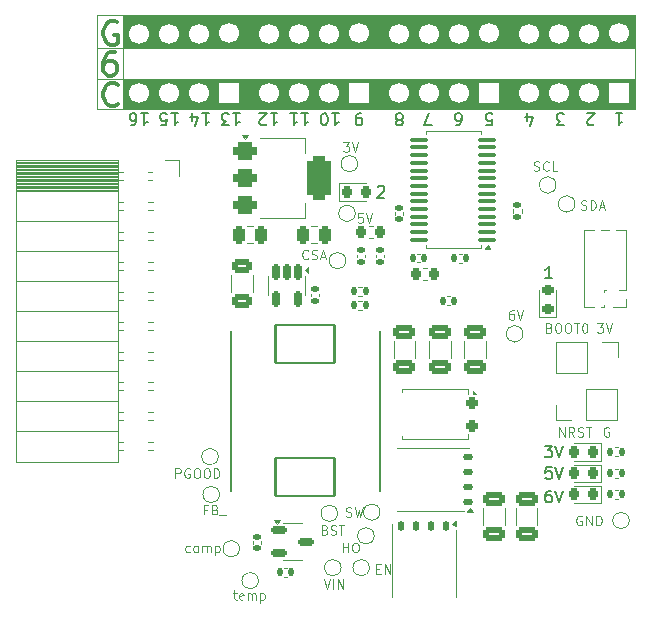
<source format=gbr>
%TF.GenerationSoftware,KiCad,Pcbnew,8.0.8*%
%TF.CreationDate,2025-03-05T15:18:31-05:00*%
%TF.ProjectId,V2.0,56322e30-2e6b-4696-9361-645f70636258,rev?*%
%TF.SameCoordinates,Original*%
%TF.FileFunction,Legend,Top*%
%TF.FilePolarity,Positive*%
%FSLAX46Y46*%
G04 Gerber Fmt 4.6, Leading zero omitted, Abs format (unit mm)*
G04 Created by KiCad (PCBNEW 8.0.8) date 2025-03-05 15:18:31*
%MOMM*%
%LPD*%
G01*
G04 APERTURE LIST*
G04 Aperture macros list*
%AMRoundRect*
0 Rectangle with rounded corners*
0 $1 Rounding radius*
0 $2 $3 $4 $5 $6 $7 $8 $9 X,Y pos of 4 corners*
0 Add a 4 corners polygon primitive as box body*
4,1,4,$2,$3,$4,$5,$6,$7,$8,$9,$2,$3,0*
0 Add four circle primitives for the rounded corners*
1,1,$1+$1,$2,$3*
1,1,$1+$1,$4,$5*
1,1,$1+$1,$6,$7*
1,1,$1+$1,$8,$9*
0 Add four rect primitives between the rounded corners*
20,1,$1+$1,$2,$3,$4,$5,0*
20,1,$1+$1,$4,$5,$6,$7,0*
20,1,$1+$1,$6,$7,$8,$9,0*
20,1,$1+$1,$8,$9,$2,$3,0*%
%AMFreePoly0*
4,1,17,2.675000,1.605000,1.875000,1.605000,1.875000,0.935000,2.675000,0.935000,2.675000,0.335000,1.875000,0.335000,1.875000,-0.335000,2.675000,-0.335000,2.675000,-0.935000,1.875000,-0.935000,1.875000,-1.605000,2.675000,-1.605000,2.675000,-2.205000,-1.875000,-2.205000,-1.875000,2.205000,2.675000,2.205000,2.675000,1.605000,2.675000,1.605000,$1*%
G04 Aperture macros list end*
%ADD10C,0.150000*%
%ADD11C,0.100000*%
%ADD12C,0.300000*%
%ADD13C,0.120000*%
%ADD14C,0.127000*%
%ADD15RoundRect,0.218750X-0.218750X-0.256250X0.218750X-0.256250X0.218750X0.256250X-0.218750X0.256250X0*%
%ADD16RoundRect,0.218750X0.256250X-0.218750X0.256250X0.218750X-0.256250X0.218750X-0.256250X-0.218750X0*%
%ADD17C,1.000000*%
%ADD18R,1.700000X1.700000*%
%ADD19C,1.700000*%
%ADD20O,1.700000X1.700000*%
%ADD21RoundRect,0.140000X-0.140000X-0.170000X0.140000X-0.170000X0.140000X0.170000X-0.140000X0.170000X0*%
%ADD22RoundRect,0.225000X-0.225000X-0.250000X0.225000X-0.250000X0.225000X0.250000X-0.225000X0.250000X0*%
%ADD23C,2.700000*%
%ADD24RoundRect,0.135000X-0.185000X0.135000X-0.185000X-0.135000X0.185000X-0.135000X0.185000X0.135000X0*%
%ADD25RoundRect,0.250000X0.250000X0.475000X-0.250000X0.475000X-0.250000X-0.475000X0.250000X-0.475000X0*%
%ADD26RoundRect,0.140000X0.170000X-0.140000X0.170000X0.140000X-0.170000X0.140000X-0.170000X-0.140000X0*%
%ADD27RoundRect,0.100000X0.637500X0.100000X-0.637500X0.100000X-0.637500X-0.100000X0.637500X-0.100000X0*%
%ADD28RoundRect,0.135000X-0.135000X-0.185000X0.135000X-0.185000X0.135000X0.185000X-0.135000X0.185000X0*%
%ADD29RoundRect,0.150000X-0.150000X0.512500X-0.150000X-0.512500X0.150000X-0.512500X0.150000X0.512500X0*%
%ADD30RoundRect,0.140000X-0.170000X0.140000X-0.170000X-0.140000X0.170000X-0.140000X0.170000X0.140000X0*%
%ADD31RoundRect,0.250000X0.650000X-0.325000X0.650000X0.325000X-0.650000X0.325000X-0.650000X-0.325000X0*%
%ADD32RoundRect,0.135000X0.135000X0.185000X-0.135000X0.185000X-0.135000X-0.185000X0.135000X-0.185000X0*%
%ADD33O,1.000000X1.000000*%
%ADD34R,1.000000X1.000000*%
%ADD35RoundRect,0.250000X-0.650000X0.325000X-0.650000X-0.325000X0.650000X-0.325000X0.650000X0.325000X0*%
%ADD36RoundRect,0.218750X0.218750X0.256250X-0.218750X0.256250X-0.218750X-0.256250X0.218750X-0.256250X0*%
%ADD37RoundRect,0.102000X2.500000X-1.625000X2.500000X1.625000X-2.500000X1.625000X-2.500000X-1.625000X0*%
%ADD38RoundRect,0.125000X0.300000X0.125000X-0.300000X0.125000X-0.300000X-0.125000X0.300000X-0.125000X0*%
%ADD39FreePoly0,180.000000*%
%ADD40RoundRect,0.125000X-0.125000X0.300000X-0.125000X-0.300000X0.125000X-0.300000X0.125000X0.300000X0*%
%ADD41FreePoly0,270.000000*%
%ADD42RoundRect,0.375000X-0.625000X-0.375000X0.625000X-0.375000X0.625000X0.375000X-0.625000X0.375000X0*%
%ADD43RoundRect,0.500000X-0.500000X-1.400000X0.500000X-1.400000X0.500000X1.400000X-0.500000X1.400000X0*%
%ADD44RoundRect,0.250000X-0.625000X0.312500X-0.625000X-0.312500X0.625000X-0.312500X0.625000X0.312500X0*%
%ADD45RoundRect,0.150000X-0.512500X-0.150000X0.512500X-0.150000X0.512500X0.150000X-0.512500X0.150000X0*%
%ADD46R,4.900000X3.200000*%
%ADD47RoundRect,0.237500X-0.262500X0.237500X-0.262500X-0.237500X0.262500X-0.237500X0.262500X0.237500X0*%
%ADD48RoundRect,0.250000X-0.250000X-0.475000X0.250000X-0.475000X0.250000X0.475000X-0.250000X0.475000X0*%
%ADD49C,0.499999*%
G04 APERTURE END LIST*
D10*
X142589160Y-50965057D02*
X142636779Y-50917438D01*
X142636779Y-50917438D02*
X142732017Y-50869819D01*
X142732017Y-50869819D02*
X142970112Y-50869819D01*
X142970112Y-50869819D02*
X143065350Y-50917438D01*
X143065350Y-50917438D02*
X143112969Y-50965057D01*
X143112969Y-50965057D02*
X143160588Y-51060295D01*
X143160588Y-51060295D02*
X143160588Y-51155533D01*
X143160588Y-51155533D02*
X143112969Y-51298390D01*
X143112969Y-51298390D02*
X142541541Y-51869819D01*
X142541541Y-51869819D02*
X143160588Y-51869819D01*
X157360588Y-58669819D02*
X156789160Y-58669819D01*
X157074874Y-58669819D02*
X157074874Y-57669819D01*
X157074874Y-57669819D02*
X156979636Y-57812676D01*
X156979636Y-57812676D02*
X156884398Y-57907914D01*
X156884398Y-57907914D02*
X156789160Y-57955533D01*
D11*
X159875312Y-78834990D02*
X159799122Y-78796895D01*
X159799122Y-78796895D02*
X159684836Y-78796895D01*
X159684836Y-78796895D02*
X159570550Y-78834990D01*
X159570550Y-78834990D02*
X159494360Y-78911180D01*
X159494360Y-78911180D02*
X159456265Y-78987371D01*
X159456265Y-78987371D02*
X159418169Y-79139752D01*
X159418169Y-79139752D02*
X159418169Y-79254038D01*
X159418169Y-79254038D02*
X159456265Y-79406419D01*
X159456265Y-79406419D02*
X159494360Y-79482609D01*
X159494360Y-79482609D02*
X159570550Y-79558800D01*
X159570550Y-79558800D02*
X159684836Y-79596895D01*
X159684836Y-79596895D02*
X159761027Y-79596895D01*
X159761027Y-79596895D02*
X159875312Y-79558800D01*
X159875312Y-79558800D02*
X159913408Y-79520704D01*
X159913408Y-79520704D02*
X159913408Y-79254038D01*
X159913408Y-79254038D02*
X159761027Y-79254038D01*
X160256265Y-79596895D02*
X160256265Y-78796895D01*
X160256265Y-78796895D02*
X160713408Y-79596895D01*
X160713408Y-79596895D02*
X160713408Y-78796895D01*
X161094360Y-79596895D02*
X161094360Y-78796895D01*
X161094360Y-78796895D02*
X161284836Y-78796895D01*
X161284836Y-78796895D02*
X161399122Y-78834990D01*
X161399122Y-78834990D02*
X161475312Y-78911180D01*
X161475312Y-78911180D02*
X161513407Y-78987371D01*
X161513407Y-78987371D02*
X161551503Y-79139752D01*
X161551503Y-79139752D02*
X161551503Y-79254038D01*
X161551503Y-79254038D02*
X161513407Y-79406419D01*
X161513407Y-79406419D02*
X161475312Y-79482609D01*
X161475312Y-79482609D02*
X161399122Y-79558800D01*
X161399122Y-79558800D02*
X161284836Y-79596895D01*
X161284836Y-79596895D02*
X161094360Y-79596895D01*
X154099122Y-61396895D02*
X153946741Y-61396895D01*
X153946741Y-61396895D02*
X153870550Y-61434990D01*
X153870550Y-61434990D02*
X153832455Y-61473085D01*
X153832455Y-61473085D02*
X153756265Y-61587371D01*
X153756265Y-61587371D02*
X153718169Y-61739752D01*
X153718169Y-61739752D02*
X153718169Y-62044514D01*
X153718169Y-62044514D02*
X153756265Y-62120704D01*
X153756265Y-62120704D02*
X153794360Y-62158800D01*
X153794360Y-62158800D02*
X153870550Y-62196895D01*
X153870550Y-62196895D02*
X154022931Y-62196895D01*
X154022931Y-62196895D02*
X154099122Y-62158800D01*
X154099122Y-62158800D02*
X154137217Y-62120704D01*
X154137217Y-62120704D02*
X154175312Y-62044514D01*
X154175312Y-62044514D02*
X154175312Y-61854038D01*
X154175312Y-61854038D02*
X154137217Y-61777847D01*
X154137217Y-61777847D02*
X154099122Y-61739752D01*
X154099122Y-61739752D02*
X154022931Y-61701657D01*
X154022931Y-61701657D02*
X153870550Y-61701657D01*
X153870550Y-61701657D02*
X153794360Y-61739752D01*
X153794360Y-61739752D02*
X153756265Y-61777847D01*
X153756265Y-61777847D02*
X153718169Y-61854038D01*
X154403884Y-61396895D02*
X154670551Y-62196895D01*
X154670551Y-62196895D02*
X154937217Y-61396895D01*
X136713408Y-57020704D02*
X136675312Y-57058800D01*
X136675312Y-57058800D02*
X136561027Y-57096895D01*
X136561027Y-57096895D02*
X136484836Y-57096895D01*
X136484836Y-57096895D02*
X136370550Y-57058800D01*
X136370550Y-57058800D02*
X136294360Y-56982609D01*
X136294360Y-56982609D02*
X136256265Y-56906419D01*
X136256265Y-56906419D02*
X136218169Y-56754038D01*
X136218169Y-56754038D02*
X136218169Y-56639752D01*
X136218169Y-56639752D02*
X136256265Y-56487371D01*
X136256265Y-56487371D02*
X136294360Y-56411180D01*
X136294360Y-56411180D02*
X136370550Y-56334990D01*
X136370550Y-56334990D02*
X136484836Y-56296895D01*
X136484836Y-56296895D02*
X136561027Y-56296895D01*
X136561027Y-56296895D02*
X136675312Y-56334990D01*
X136675312Y-56334990D02*
X136713408Y-56373085D01*
X137018169Y-57058800D02*
X137132455Y-57096895D01*
X137132455Y-57096895D02*
X137322931Y-57096895D01*
X137322931Y-57096895D02*
X137399122Y-57058800D01*
X137399122Y-57058800D02*
X137437217Y-57020704D01*
X137437217Y-57020704D02*
X137475312Y-56944514D01*
X137475312Y-56944514D02*
X137475312Y-56868323D01*
X137475312Y-56868323D02*
X137437217Y-56792133D01*
X137437217Y-56792133D02*
X137399122Y-56754038D01*
X137399122Y-56754038D02*
X137322931Y-56715942D01*
X137322931Y-56715942D02*
X137170550Y-56677847D01*
X137170550Y-56677847D02*
X137094360Y-56639752D01*
X137094360Y-56639752D02*
X137056265Y-56601657D01*
X137056265Y-56601657D02*
X137018169Y-56525466D01*
X137018169Y-56525466D02*
X137018169Y-56449276D01*
X137018169Y-56449276D02*
X137056265Y-56373085D01*
X137056265Y-56373085D02*
X137094360Y-56334990D01*
X137094360Y-56334990D02*
X137170550Y-56296895D01*
X137170550Y-56296895D02*
X137361027Y-56296895D01*
X137361027Y-56296895D02*
X137475312Y-56334990D01*
X137780074Y-56868323D02*
X138161027Y-56868323D01*
X137703884Y-57096895D02*
X137970551Y-56296895D01*
X137970551Y-56296895D02*
X138237217Y-57096895D01*
X141337217Y-53196895D02*
X140956265Y-53196895D01*
X140956265Y-53196895D02*
X140918169Y-53577847D01*
X140918169Y-53577847D02*
X140956265Y-53539752D01*
X140956265Y-53539752D02*
X141032455Y-53501657D01*
X141032455Y-53501657D02*
X141222931Y-53501657D01*
X141222931Y-53501657D02*
X141299122Y-53539752D01*
X141299122Y-53539752D02*
X141337217Y-53577847D01*
X141337217Y-53577847D02*
X141375312Y-53654038D01*
X141375312Y-53654038D02*
X141375312Y-53844514D01*
X141375312Y-53844514D02*
X141337217Y-53920704D01*
X141337217Y-53920704D02*
X141299122Y-53958800D01*
X141299122Y-53958800D02*
X141222931Y-53996895D01*
X141222931Y-53996895D02*
X141032455Y-53996895D01*
X141032455Y-53996895D02*
X140956265Y-53958800D01*
X140956265Y-53958800D02*
X140918169Y-53920704D01*
X141603884Y-53196895D02*
X141870551Y-53996895D01*
X141870551Y-53996895D02*
X142137217Y-53196895D01*
X139680074Y-47196895D02*
X140175312Y-47196895D01*
X140175312Y-47196895D02*
X139908646Y-47501657D01*
X139908646Y-47501657D02*
X140022931Y-47501657D01*
X140022931Y-47501657D02*
X140099122Y-47539752D01*
X140099122Y-47539752D02*
X140137217Y-47577847D01*
X140137217Y-47577847D02*
X140175312Y-47654038D01*
X140175312Y-47654038D02*
X140175312Y-47844514D01*
X140175312Y-47844514D02*
X140137217Y-47920704D01*
X140137217Y-47920704D02*
X140099122Y-47958800D01*
X140099122Y-47958800D02*
X140022931Y-47996895D01*
X140022931Y-47996895D02*
X139794360Y-47996895D01*
X139794360Y-47996895D02*
X139718169Y-47958800D01*
X139718169Y-47958800D02*
X139680074Y-47920704D01*
X140403884Y-47196895D02*
X140670551Y-47996895D01*
X140670551Y-47996895D02*
X140937217Y-47196895D01*
X155818169Y-49558800D02*
X155932455Y-49596895D01*
X155932455Y-49596895D02*
X156122931Y-49596895D01*
X156122931Y-49596895D02*
X156199122Y-49558800D01*
X156199122Y-49558800D02*
X156237217Y-49520704D01*
X156237217Y-49520704D02*
X156275312Y-49444514D01*
X156275312Y-49444514D02*
X156275312Y-49368323D01*
X156275312Y-49368323D02*
X156237217Y-49292133D01*
X156237217Y-49292133D02*
X156199122Y-49254038D01*
X156199122Y-49254038D02*
X156122931Y-49215942D01*
X156122931Y-49215942D02*
X155970550Y-49177847D01*
X155970550Y-49177847D02*
X155894360Y-49139752D01*
X155894360Y-49139752D02*
X155856265Y-49101657D01*
X155856265Y-49101657D02*
X155818169Y-49025466D01*
X155818169Y-49025466D02*
X155818169Y-48949276D01*
X155818169Y-48949276D02*
X155856265Y-48873085D01*
X155856265Y-48873085D02*
X155894360Y-48834990D01*
X155894360Y-48834990D02*
X155970550Y-48796895D01*
X155970550Y-48796895D02*
X156161027Y-48796895D01*
X156161027Y-48796895D02*
X156275312Y-48834990D01*
X157075313Y-49520704D02*
X157037217Y-49558800D01*
X157037217Y-49558800D02*
X156922932Y-49596895D01*
X156922932Y-49596895D02*
X156846741Y-49596895D01*
X156846741Y-49596895D02*
X156732455Y-49558800D01*
X156732455Y-49558800D02*
X156656265Y-49482609D01*
X156656265Y-49482609D02*
X156618170Y-49406419D01*
X156618170Y-49406419D02*
X156580074Y-49254038D01*
X156580074Y-49254038D02*
X156580074Y-49139752D01*
X156580074Y-49139752D02*
X156618170Y-48987371D01*
X156618170Y-48987371D02*
X156656265Y-48911180D01*
X156656265Y-48911180D02*
X156732455Y-48834990D01*
X156732455Y-48834990D02*
X156846741Y-48796895D01*
X156846741Y-48796895D02*
X156922932Y-48796895D01*
X156922932Y-48796895D02*
X157037217Y-48834990D01*
X157037217Y-48834990D02*
X157075313Y-48873085D01*
X157799122Y-49596895D02*
X157418170Y-49596895D01*
X157418170Y-49596895D02*
X157418170Y-48796895D01*
X159818169Y-52858800D02*
X159932455Y-52896895D01*
X159932455Y-52896895D02*
X160122931Y-52896895D01*
X160122931Y-52896895D02*
X160199122Y-52858800D01*
X160199122Y-52858800D02*
X160237217Y-52820704D01*
X160237217Y-52820704D02*
X160275312Y-52744514D01*
X160275312Y-52744514D02*
X160275312Y-52668323D01*
X160275312Y-52668323D02*
X160237217Y-52592133D01*
X160237217Y-52592133D02*
X160199122Y-52554038D01*
X160199122Y-52554038D02*
X160122931Y-52515942D01*
X160122931Y-52515942D02*
X159970550Y-52477847D01*
X159970550Y-52477847D02*
X159894360Y-52439752D01*
X159894360Y-52439752D02*
X159856265Y-52401657D01*
X159856265Y-52401657D02*
X159818169Y-52325466D01*
X159818169Y-52325466D02*
X159818169Y-52249276D01*
X159818169Y-52249276D02*
X159856265Y-52173085D01*
X159856265Y-52173085D02*
X159894360Y-52134990D01*
X159894360Y-52134990D02*
X159970550Y-52096895D01*
X159970550Y-52096895D02*
X160161027Y-52096895D01*
X160161027Y-52096895D02*
X160275312Y-52134990D01*
X160618170Y-52896895D02*
X160618170Y-52096895D01*
X160618170Y-52096895D02*
X160808646Y-52096895D01*
X160808646Y-52096895D02*
X160922932Y-52134990D01*
X160922932Y-52134990D02*
X160999122Y-52211180D01*
X160999122Y-52211180D02*
X161037217Y-52287371D01*
X161037217Y-52287371D02*
X161075313Y-52439752D01*
X161075313Y-52439752D02*
X161075313Y-52554038D01*
X161075313Y-52554038D02*
X161037217Y-52706419D01*
X161037217Y-52706419D02*
X160999122Y-52782609D01*
X160999122Y-52782609D02*
X160922932Y-52858800D01*
X160922932Y-52858800D02*
X160808646Y-52896895D01*
X160808646Y-52896895D02*
X160618170Y-52896895D01*
X161380074Y-52668323D02*
X161761027Y-52668323D01*
X161303884Y-52896895D02*
X161570551Y-52096895D01*
X161570551Y-52096895D02*
X161837217Y-52896895D01*
X128122931Y-78277847D02*
X127856265Y-78277847D01*
X127856265Y-78696895D02*
X127856265Y-77896895D01*
X127856265Y-77896895D02*
X128237217Y-77896895D01*
X128808645Y-78277847D02*
X128922931Y-78315942D01*
X128922931Y-78315942D02*
X128961026Y-78354038D01*
X128961026Y-78354038D02*
X128999122Y-78430228D01*
X128999122Y-78430228D02*
X128999122Y-78544514D01*
X128999122Y-78544514D02*
X128961026Y-78620704D01*
X128961026Y-78620704D02*
X128922931Y-78658800D01*
X128922931Y-78658800D02*
X128846741Y-78696895D01*
X128846741Y-78696895D02*
X128541979Y-78696895D01*
X128541979Y-78696895D02*
X128541979Y-77896895D01*
X128541979Y-77896895D02*
X128808645Y-77896895D01*
X128808645Y-77896895D02*
X128884836Y-77934990D01*
X128884836Y-77934990D02*
X128922931Y-77973085D01*
X128922931Y-77973085D02*
X128961026Y-78049276D01*
X128961026Y-78049276D02*
X128961026Y-78125466D01*
X128961026Y-78125466D02*
X128922931Y-78201657D01*
X128922931Y-78201657D02*
X128884836Y-78239752D01*
X128884836Y-78239752D02*
X128808645Y-78277847D01*
X128808645Y-78277847D02*
X128541979Y-78277847D01*
X129151503Y-78773085D02*
X129761026Y-78773085D01*
X125456265Y-75596895D02*
X125456265Y-74796895D01*
X125456265Y-74796895D02*
X125761027Y-74796895D01*
X125761027Y-74796895D02*
X125837217Y-74834990D01*
X125837217Y-74834990D02*
X125875312Y-74873085D01*
X125875312Y-74873085D02*
X125913408Y-74949276D01*
X125913408Y-74949276D02*
X125913408Y-75063561D01*
X125913408Y-75063561D02*
X125875312Y-75139752D01*
X125875312Y-75139752D02*
X125837217Y-75177847D01*
X125837217Y-75177847D02*
X125761027Y-75215942D01*
X125761027Y-75215942D02*
X125456265Y-75215942D01*
X126675312Y-74834990D02*
X126599122Y-74796895D01*
X126599122Y-74796895D02*
X126484836Y-74796895D01*
X126484836Y-74796895D02*
X126370550Y-74834990D01*
X126370550Y-74834990D02*
X126294360Y-74911180D01*
X126294360Y-74911180D02*
X126256265Y-74987371D01*
X126256265Y-74987371D02*
X126218169Y-75139752D01*
X126218169Y-75139752D02*
X126218169Y-75254038D01*
X126218169Y-75254038D02*
X126256265Y-75406419D01*
X126256265Y-75406419D02*
X126294360Y-75482609D01*
X126294360Y-75482609D02*
X126370550Y-75558800D01*
X126370550Y-75558800D02*
X126484836Y-75596895D01*
X126484836Y-75596895D02*
X126561027Y-75596895D01*
X126561027Y-75596895D02*
X126675312Y-75558800D01*
X126675312Y-75558800D02*
X126713408Y-75520704D01*
X126713408Y-75520704D02*
X126713408Y-75254038D01*
X126713408Y-75254038D02*
X126561027Y-75254038D01*
X127208646Y-74796895D02*
X127361027Y-74796895D01*
X127361027Y-74796895D02*
X127437217Y-74834990D01*
X127437217Y-74834990D02*
X127513408Y-74911180D01*
X127513408Y-74911180D02*
X127551503Y-75063561D01*
X127551503Y-75063561D02*
X127551503Y-75330228D01*
X127551503Y-75330228D02*
X127513408Y-75482609D01*
X127513408Y-75482609D02*
X127437217Y-75558800D01*
X127437217Y-75558800D02*
X127361027Y-75596895D01*
X127361027Y-75596895D02*
X127208646Y-75596895D01*
X127208646Y-75596895D02*
X127132455Y-75558800D01*
X127132455Y-75558800D02*
X127056265Y-75482609D01*
X127056265Y-75482609D02*
X127018169Y-75330228D01*
X127018169Y-75330228D02*
X127018169Y-75063561D01*
X127018169Y-75063561D02*
X127056265Y-74911180D01*
X127056265Y-74911180D02*
X127132455Y-74834990D01*
X127132455Y-74834990D02*
X127208646Y-74796895D01*
X128046741Y-74796895D02*
X128199122Y-74796895D01*
X128199122Y-74796895D02*
X128275312Y-74834990D01*
X128275312Y-74834990D02*
X128351503Y-74911180D01*
X128351503Y-74911180D02*
X128389598Y-75063561D01*
X128389598Y-75063561D02*
X128389598Y-75330228D01*
X128389598Y-75330228D02*
X128351503Y-75482609D01*
X128351503Y-75482609D02*
X128275312Y-75558800D01*
X128275312Y-75558800D02*
X128199122Y-75596895D01*
X128199122Y-75596895D02*
X128046741Y-75596895D01*
X128046741Y-75596895D02*
X127970550Y-75558800D01*
X127970550Y-75558800D02*
X127894360Y-75482609D01*
X127894360Y-75482609D02*
X127856264Y-75330228D01*
X127856264Y-75330228D02*
X127856264Y-75063561D01*
X127856264Y-75063561D02*
X127894360Y-74911180D01*
X127894360Y-74911180D02*
X127970550Y-74834990D01*
X127970550Y-74834990D02*
X128046741Y-74796895D01*
X128732455Y-75596895D02*
X128732455Y-74796895D01*
X128732455Y-74796895D02*
X128922931Y-74796895D01*
X128922931Y-74796895D02*
X129037217Y-74834990D01*
X129037217Y-74834990D02*
X129113407Y-74911180D01*
X129113407Y-74911180D02*
X129151502Y-74987371D01*
X129151502Y-74987371D02*
X129189598Y-75139752D01*
X129189598Y-75139752D02*
X129189598Y-75254038D01*
X129189598Y-75254038D02*
X129151502Y-75406419D01*
X129151502Y-75406419D02*
X129113407Y-75482609D01*
X129113407Y-75482609D02*
X129037217Y-75558800D01*
X129037217Y-75558800D02*
X128922931Y-75596895D01*
X128922931Y-75596895D02*
X128732455Y-75596895D01*
X139918169Y-78858800D02*
X140032455Y-78896895D01*
X140032455Y-78896895D02*
X140222931Y-78896895D01*
X140222931Y-78896895D02*
X140299122Y-78858800D01*
X140299122Y-78858800D02*
X140337217Y-78820704D01*
X140337217Y-78820704D02*
X140375312Y-78744514D01*
X140375312Y-78744514D02*
X140375312Y-78668323D01*
X140375312Y-78668323D02*
X140337217Y-78592133D01*
X140337217Y-78592133D02*
X140299122Y-78554038D01*
X140299122Y-78554038D02*
X140222931Y-78515942D01*
X140222931Y-78515942D02*
X140070550Y-78477847D01*
X140070550Y-78477847D02*
X139994360Y-78439752D01*
X139994360Y-78439752D02*
X139956265Y-78401657D01*
X139956265Y-78401657D02*
X139918169Y-78325466D01*
X139918169Y-78325466D02*
X139918169Y-78249276D01*
X139918169Y-78249276D02*
X139956265Y-78173085D01*
X139956265Y-78173085D02*
X139994360Y-78134990D01*
X139994360Y-78134990D02*
X140070550Y-78096895D01*
X140070550Y-78096895D02*
X140261027Y-78096895D01*
X140261027Y-78096895D02*
X140375312Y-78134990D01*
X140641979Y-78096895D02*
X140832455Y-78896895D01*
X140832455Y-78896895D02*
X140984836Y-78325466D01*
X140984836Y-78325466D02*
X141137217Y-78896895D01*
X141137217Y-78896895D02*
X141327694Y-78096895D01*
X138122931Y-79977847D02*
X138237217Y-80015942D01*
X138237217Y-80015942D02*
X138275312Y-80054038D01*
X138275312Y-80054038D02*
X138313408Y-80130228D01*
X138313408Y-80130228D02*
X138313408Y-80244514D01*
X138313408Y-80244514D02*
X138275312Y-80320704D01*
X138275312Y-80320704D02*
X138237217Y-80358800D01*
X138237217Y-80358800D02*
X138161027Y-80396895D01*
X138161027Y-80396895D02*
X137856265Y-80396895D01*
X137856265Y-80396895D02*
X137856265Y-79596895D01*
X137856265Y-79596895D02*
X138122931Y-79596895D01*
X138122931Y-79596895D02*
X138199122Y-79634990D01*
X138199122Y-79634990D02*
X138237217Y-79673085D01*
X138237217Y-79673085D02*
X138275312Y-79749276D01*
X138275312Y-79749276D02*
X138275312Y-79825466D01*
X138275312Y-79825466D02*
X138237217Y-79901657D01*
X138237217Y-79901657D02*
X138199122Y-79939752D01*
X138199122Y-79939752D02*
X138122931Y-79977847D01*
X138122931Y-79977847D02*
X137856265Y-79977847D01*
X138618169Y-80358800D02*
X138732455Y-80396895D01*
X138732455Y-80396895D02*
X138922931Y-80396895D01*
X138922931Y-80396895D02*
X138999122Y-80358800D01*
X138999122Y-80358800D02*
X139037217Y-80320704D01*
X139037217Y-80320704D02*
X139075312Y-80244514D01*
X139075312Y-80244514D02*
X139075312Y-80168323D01*
X139075312Y-80168323D02*
X139037217Y-80092133D01*
X139037217Y-80092133D02*
X138999122Y-80054038D01*
X138999122Y-80054038D02*
X138922931Y-80015942D01*
X138922931Y-80015942D02*
X138770550Y-79977847D01*
X138770550Y-79977847D02*
X138694360Y-79939752D01*
X138694360Y-79939752D02*
X138656265Y-79901657D01*
X138656265Y-79901657D02*
X138618169Y-79825466D01*
X138618169Y-79825466D02*
X138618169Y-79749276D01*
X138618169Y-79749276D02*
X138656265Y-79673085D01*
X138656265Y-79673085D02*
X138694360Y-79634990D01*
X138694360Y-79634990D02*
X138770550Y-79596895D01*
X138770550Y-79596895D02*
X138961027Y-79596895D01*
X138961027Y-79596895D02*
X139075312Y-79634990D01*
X139303884Y-79596895D02*
X139761027Y-79596895D01*
X139532455Y-80396895D02*
X139532455Y-79596895D01*
X139656265Y-81896895D02*
X139656265Y-81096895D01*
X139656265Y-81477847D02*
X140113408Y-81477847D01*
X140113408Y-81896895D02*
X140113408Y-81096895D01*
X140646741Y-81096895D02*
X140799122Y-81096895D01*
X140799122Y-81096895D02*
X140875312Y-81134990D01*
X140875312Y-81134990D02*
X140951503Y-81211180D01*
X140951503Y-81211180D02*
X140989598Y-81363561D01*
X140989598Y-81363561D02*
X140989598Y-81630228D01*
X140989598Y-81630228D02*
X140951503Y-81782609D01*
X140951503Y-81782609D02*
X140875312Y-81858800D01*
X140875312Y-81858800D02*
X140799122Y-81896895D01*
X140799122Y-81896895D02*
X140646741Y-81896895D01*
X140646741Y-81896895D02*
X140570550Y-81858800D01*
X140570550Y-81858800D02*
X140494360Y-81782609D01*
X140494360Y-81782609D02*
X140456264Y-81630228D01*
X140456264Y-81630228D02*
X140456264Y-81363561D01*
X140456264Y-81363561D02*
X140494360Y-81211180D01*
X140494360Y-81211180D02*
X140570550Y-81134990D01*
X140570550Y-81134990D02*
X140646741Y-81096895D01*
X142456265Y-83277847D02*
X142722931Y-83277847D01*
X142837217Y-83696895D02*
X142456265Y-83696895D01*
X142456265Y-83696895D02*
X142456265Y-82896895D01*
X142456265Y-82896895D02*
X142837217Y-82896895D01*
X143180075Y-83696895D02*
X143180075Y-82896895D01*
X143180075Y-82896895D02*
X143637218Y-83696895D01*
X143637218Y-83696895D02*
X143637218Y-82896895D01*
X138041979Y-84196895D02*
X138308646Y-84996895D01*
X138308646Y-84996895D02*
X138575312Y-84196895D01*
X138841979Y-84996895D02*
X138841979Y-84196895D01*
X139222931Y-84996895D02*
X139222931Y-84196895D01*
X139222931Y-84196895D02*
X139680074Y-84996895D01*
X139680074Y-84996895D02*
X139680074Y-84196895D01*
X130341979Y-85363561D02*
X130646741Y-85363561D01*
X130456265Y-85096895D02*
X130456265Y-85782609D01*
X130456265Y-85782609D02*
X130494360Y-85858800D01*
X130494360Y-85858800D02*
X130570550Y-85896895D01*
X130570550Y-85896895D02*
X130646741Y-85896895D01*
X131218170Y-85858800D02*
X131141979Y-85896895D01*
X131141979Y-85896895D02*
X130989598Y-85896895D01*
X130989598Y-85896895D02*
X130913408Y-85858800D01*
X130913408Y-85858800D02*
X130875312Y-85782609D01*
X130875312Y-85782609D02*
X130875312Y-85477847D01*
X130875312Y-85477847D02*
X130913408Y-85401657D01*
X130913408Y-85401657D02*
X130989598Y-85363561D01*
X130989598Y-85363561D02*
X131141979Y-85363561D01*
X131141979Y-85363561D02*
X131218170Y-85401657D01*
X131218170Y-85401657D02*
X131256265Y-85477847D01*
X131256265Y-85477847D02*
X131256265Y-85554038D01*
X131256265Y-85554038D02*
X130875312Y-85630228D01*
X131599122Y-85896895D02*
X131599122Y-85363561D01*
X131599122Y-85439752D02*
X131637217Y-85401657D01*
X131637217Y-85401657D02*
X131713407Y-85363561D01*
X131713407Y-85363561D02*
X131827693Y-85363561D01*
X131827693Y-85363561D02*
X131903884Y-85401657D01*
X131903884Y-85401657D02*
X131941979Y-85477847D01*
X131941979Y-85477847D02*
X131941979Y-85896895D01*
X131941979Y-85477847D02*
X131980074Y-85401657D01*
X131980074Y-85401657D02*
X132056265Y-85363561D01*
X132056265Y-85363561D02*
X132170550Y-85363561D01*
X132170550Y-85363561D02*
X132246741Y-85401657D01*
X132246741Y-85401657D02*
X132284836Y-85477847D01*
X132284836Y-85477847D02*
X132284836Y-85896895D01*
X132665789Y-85363561D02*
X132665789Y-86163561D01*
X132665789Y-85401657D02*
X132741979Y-85363561D01*
X132741979Y-85363561D02*
X132894360Y-85363561D01*
X132894360Y-85363561D02*
X132970551Y-85401657D01*
X132970551Y-85401657D02*
X133008646Y-85439752D01*
X133008646Y-85439752D02*
X133046741Y-85515942D01*
X133046741Y-85515942D02*
X133046741Y-85744514D01*
X133046741Y-85744514D02*
X133008646Y-85820704D01*
X133008646Y-85820704D02*
X132970551Y-85858800D01*
X132970551Y-85858800D02*
X132894360Y-85896895D01*
X132894360Y-85896895D02*
X132741979Y-85896895D01*
X132741979Y-85896895D02*
X132665789Y-85858800D01*
X126699122Y-81858800D02*
X126622931Y-81896895D01*
X126622931Y-81896895D02*
X126470550Y-81896895D01*
X126470550Y-81896895D02*
X126394360Y-81858800D01*
X126394360Y-81858800D02*
X126356265Y-81820704D01*
X126356265Y-81820704D02*
X126318169Y-81744514D01*
X126318169Y-81744514D02*
X126318169Y-81515942D01*
X126318169Y-81515942D02*
X126356265Y-81439752D01*
X126356265Y-81439752D02*
X126394360Y-81401657D01*
X126394360Y-81401657D02*
X126470550Y-81363561D01*
X126470550Y-81363561D02*
X126622931Y-81363561D01*
X126622931Y-81363561D02*
X126699122Y-81401657D01*
X127156264Y-81896895D02*
X127080074Y-81858800D01*
X127080074Y-81858800D02*
X127041979Y-81820704D01*
X127041979Y-81820704D02*
X127003883Y-81744514D01*
X127003883Y-81744514D02*
X127003883Y-81515942D01*
X127003883Y-81515942D02*
X127041979Y-81439752D01*
X127041979Y-81439752D02*
X127080074Y-81401657D01*
X127080074Y-81401657D02*
X127156264Y-81363561D01*
X127156264Y-81363561D02*
X127270550Y-81363561D01*
X127270550Y-81363561D02*
X127346741Y-81401657D01*
X127346741Y-81401657D02*
X127384836Y-81439752D01*
X127384836Y-81439752D02*
X127422931Y-81515942D01*
X127422931Y-81515942D02*
X127422931Y-81744514D01*
X127422931Y-81744514D02*
X127384836Y-81820704D01*
X127384836Y-81820704D02*
X127346741Y-81858800D01*
X127346741Y-81858800D02*
X127270550Y-81896895D01*
X127270550Y-81896895D02*
X127156264Y-81896895D01*
X127765789Y-81896895D02*
X127765789Y-81363561D01*
X127765789Y-81439752D02*
X127803884Y-81401657D01*
X127803884Y-81401657D02*
X127880074Y-81363561D01*
X127880074Y-81363561D02*
X127994360Y-81363561D01*
X127994360Y-81363561D02*
X128070551Y-81401657D01*
X128070551Y-81401657D02*
X128108646Y-81477847D01*
X128108646Y-81477847D02*
X128108646Y-81896895D01*
X128108646Y-81477847D02*
X128146741Y-81401657D01*
X128146741Y-81401657D02*
X128222932Y-81363561D01*
X128222932Y-81363561D02*
X128337217Y-81363561D01*
X128337217Y-81363561D02*
X128413408Y-81401657D01*
X128413408Y-81401657D02*
X128451503Y-81477847D01*
X128451503Y-81477847D02*
X128451503Y-81896895D01*
X128832456Y-81363561D02*
X128832456Y-82163561D01*
X128832456Y-81401657D02*
X128908646Y-81363561D01*
X128908646Y-81363561D02*
X129061027Y-81363561D01*
X129061027Y-81363561D02*
X129137218Y-81401657D01*
X129137218Y-81401657D02*
X129175313Y-81439752D01*
X129175313Y-81439752D02*
X129213408Y-81515942D01*
X129213408Y-81515942D02*
X129213408Y-81744514D01*
X129213408Y-81744514D02*
X129175313Y-81820704D01*
X129175313Y-81820704D02*
X129137218Y-81858800D01*
X129137218Y-81858800D02*
X129061027Y-81896895D01*
X129061027Y-81896895D02*
X128908646Y-81896895D01*
X128908646Y-81896895D02*
X128832456Y-81858800D01*
D10*
X157267850Y-76669819D02*
X157077374Y-76669819D01*
X157077374Y-76669819D02*
X156982136Y-76717438D01*
X156982136Y-76717438D02*
X156934517Y-76765057D01*
X156934517Y-76765057D02*
X156839279Y-76907914D01*
X156839279Y-76907914D02*
X156791660Y-77098390D01*
X156791660Y-77098390D02*
X156791660Y-77479342D01*
X156791660Y-77479342D02*
X156839279Y-77574580D01*
X156839279Y-77574580D02*
X156886898Y-77622200D01*
X156886898Y-77622200D02*
X156982136Y-77669819D01*
X156982136Y-77669819D02*
X157172612Y-77669819D01*
X157172612Y-77669819D02*
X157267850Y-77622200D01*
X157267850Y-77622200D02*
X157315469Y-77574580D01*
X157315469Y-77574580D02*
X157363088Y-77479342D01*
X157363088Y-77479342D02*
X157363088Y-77241247D01*
X157363088Y-77241247D02*
X157315469Y-77146009D01*
X157315469Y-77146009D02*
X157267850Y-77098390D01*
X157267850Y-77098390D02*
X157172612Y-77050771D01*
X157172612Y-77050771D02*
X156982136Y-77050771D01*
X156982136Y-77050771D02*
X156886898Y-77098390D01*
X156886898Y-77098390D02*
X156839279Y-77146009D01*
X156839279Y-77146009D02*
X156791660Y-77241247D01*
X157648803Y-76669819D02*
X157982136Y-77669819D01*
X157982136Y-77669819D02*
X158315469Y-76669819D01*
X157315469Y-74669819D02*
X156839279Y-74669819D01*
X156839279Y-74669819D02*
X156791660Y-75146009D01*
X156791660Y-75146009D02*
X156839279Y-75098390D01*
X156839279Y-75098390D02*
X156934517Y-75050771D01*
X156934517Y-75050771D02*
X157172612Y-75050771D01*
X157172612Y-75050771D02*
X157267850Y-75098390D01*
X157267850Y-75098390D02*
X157315469Y-75146009D01*
X157315469Y-75146009D02*
X157363088Y-75241247D01*
X157363088Y-75241247D02*
X157363088Y-75479342D01*
X157363088Y-75479342D02*
X157315469Y-75574580D01*
X157315469Y-75574580D02*
X157267850Y-75622200D01*
X157267850Y-75622200D02*
X157172612Y-75669819D01*
X157172612Y-75669819D02*
X156934517Y-75669819D01*
X156934517Y-75669819D02*
X156839279Y-75622200D01*
X156839279Y-75622200D02*
X156791660Y-75574580D01*
X157648803Y-74669819D02*
X157982136Y-75669819D01*
X157982136Y-75669819D02*
X158315469Y-74669819D01*
X156744041Y-72869819D02*
X157363088Y-72869819D01*
X157363088Y-72869819D02*
X157029755Y-73250771D01*
X157029755Y-73250771D02*
X157172612Y-73250771D01*
X157172612Y-73250771D02*
X157267850Y-73298390D01*
X157267850Y-73298390D02*
X157315469Y-73346009D01*
X157315469Y-73346009D02*
X157363088Y-73441247D01*
X157363088Y-73441247D02*
X157363088Y-73679342D01*
X157363088Y-73679342D02*
X157315469Y-73774580D01*
X157315469Y-73774580D02*
X157267850Y-73822200D01*
X157267850Y-73822200D02*
X157172612Y-73869819D01*
X157172612Y-73869819D02*
X156886898Y-73869819D01*
X156886898Y-73869819D02*
X156791660Y-73822200D01*
X156791660Y-73822200D02*
X156744041Y-73774580D01*
X157648803Y-72869819D02*
X157982136Y-73869819D01*
X157982136Y-73869819D02*
X158315469Y-72869819D01*
D11*
X162177812Y-71334990D02*
X162101622Y-71296895D01*
X162101622Y-71296895D02*
X161987336Y-71296895D01*
X161987336Y-71296895D02*
X161873050Y-71334990D01*
X161873050Y-71334990D02*
X161796860Y-71411180D01*
X161796860Y-71411180D02*
X161758765Y-71487371D01*
X161758765Y-71487371D02*
X161720669Y-71639752D01*
X161720669Y-71639752D02*
X161720669Y-71754038D01*
X161720669Y-71754038D02*
X161758765Y-71906419D01*
X161758765Y-71906419D02*
X161796860Y-71982609D01*
X161796860Y-71982609D02*
X161873050Y-72058800D01*
X161873050Y-72058800D02*
X161987336Y-72096895D01*
X161987336Y-72096895D02*
X162063527Y-72096895D01*
X162063527Y-72096895D02*
X162177812Y-72058800D01*
X162177812Y-72058800D02*
X162215908Y-72020704D01*
X162215908Y-72020704D02*
X162215908Y-71754038D01*
X162215908Y-71754038D02*
X162063527Y-71754038D01*
X157958765Y-72096895D02*
X157958765Y-71296895D01*
X157958765Y-71296895D02*
X158415908Y-72096895D01*
X158415908Y-72096895D02*
X158415908Y-71296895D01*
X159254003Y-72096895D02*
X158987336Y-71715942D01*
X158796860Y-72096895D02*
X158796860Y-71296895D01*
X158796860Y-71296895D02*
X159101622Y-71296895D01*
X159101622Y-71296895D02*
X159177812Y-71334990D01*
X159177812Y-71334990D02*
X159215907Y-71373085D01*
X159215907Y-71373085D02*
X159254003Y-71449276D01*
X159254003Y-71449276D02*
X159254003Y-71563561D01*
X159254003Y-71563561D02*
X159215907Y-71639752D01*
X159215907Y-71639752D02*
X159177812Y-71677847D01*
X159177812Y-71677847D02*
X159101622Y-71715942D01*
X159101622Y-71715942D02*
X158796860Y-71715942D01*
X159558764Y-72058800D02*
X159673050Y-72096895D01*
X159673050Y-72096895D02*
X159863526Y-72096895D01*
X159863526Y-72096895D02*
X159939717Y-72058800D01*
X159939717Y-72058800D02*
X159977812Y-72020704D01*
X159977812Y-72020704D02*
X160015907Y-71944514D01*
X160015907Y-71944514D02*
X160015907Y-71868323D01*
X160015907Y-71868323D02*
X159977812Y-71792133D01*
X159977812Y-71792133D02*
X159939717Y-71754038D01*
X159939717Y-71754038D02*
X159863526Y-71715942D01*
X159863526Y-71715942D02*
X159711145Y-71677847D01*
X159711145Y-71677847D02*
X159634955Y-71639752D01*
X159634955Y-71639752D02*
X159596860Y-71601657D01*
X159596860Y-71601657D02*
X159558764Y-71525466D01*
X159558764Y-71525466D02*
X159558764Y-71449276D01*
X159558764Y-71449276D02*
X159596860Y-71373085D01*
X159596860Y-71373085D02*
X159634955Y-71334990D01*
X159634955Y-71334990D02*
X159711145Y-71296895D01*
X159711145Y-71296895D02*
X159901622Y-71296895D01*
X159901622Y-71296895D02*
X160015907Y-71334990D01*
X160244479Y-71296895D02*
X160701622Y-71296895D01*
X160473050Y-72096895D02*
X160473050Y-71296895D01*
X161180074Y-62496895D02*
X161675312Y-62496895D01*
X161675312Y-62496895D02*
X161408646Y-62801657D01*
X161408646Y-62801657D02*
X161522931Y-62801657D01*
X161522931Y-62801657D02*
X161599122Y-62839752D01*
X161599122Y-62839752D02*
X161637217Y-62877847D01*
X161637217Y-62877847D02*
X161675312Y-62954038D01*
X161675312Y-62954038D02*
X161675312Y-63144514D01*
X161675312Y-63144514D02*
X161637217Y-63220704D01*
X161637217Y-63220704D02*
X161599122Y-63258800D01*
X161599122Y-63258800D02*
X161522931Y-63296895D01*
X161522931Y-63296895D02*
X161294360Y-63296895D01*
X161294360Y-63296895D02*
X161218169Y-63258800D01*
X161218169Y-63258800D02*
X161180074Y-63220704D01*
X161903884Y-62496895D02*
X162170551Y-63296895D01*
X162170551Y-63296895D02*
X162437217Y-62496895D01*
X157122931Y-62877847D02*
X157237217Y-62915942D01*
X157237217Y-62915942D02*
X157275312Y-62954038D01*
X157275312Y-62954038D02*
X157313408Y-63030228D01*
X157313408Y-63030228D02*
X157313408Y-63144514D01*
X157313408Y-63144514D02*
X157275312Y-63220704D01*
X157275312Y-63220704D02*
X157237217Y-63258800D01*
X157237217Y-63258800D02*
X157161027Y-63296895D01*
X157161027Y-63296895D02*
X156856265Y-63296895D01*
X156856265Y-63296895D02*
X156856265Y-62496895D01*
X156856265Y-62496895D02*
X157122931Y-62496895D01*
X157122931Y-62496895D02*
X157199122Y-62534990D01*
X157199122Y-62534990D02*
X157237217Y-62573085D01*
X157237217Y-62573085D02*
X157275312Y-62649276D01*
X157275312Y-62649276D02*
X157275312Y-62725466D01*
X157275312Y-62725466D02*
X157237217Y-62801657D01*
X157237217Y-62801657D02*
X157199122Y-62839752D01*
X157199122Y-62839752D02*
X157122931Y-62877847D01*
X157122931Y-62877847D02*
X156856265Y-62877847D01*
X157808646Y-62496895D02*
X157961027Y-62496895D01*
X157961027Y-62496895D02*
X158037217Y-62534990D01*
X158037217Y-62534990D02*
X158113408Y-62611180D01*
X158113408Y-62611180D02*
X158151503Y-62763561D01*
X158151503Y-62763561D02*
X158151503Y-63030228D01*
X158151503Y-63030228D02*
X158113408Y-63182609D01*
X158113408Y-63182609D02*
X158037217Y-63258800D01*
X158037217Y-63258800D02*
X157961027Y-63296895D01*
X157961027Y-63296895D02*
X157808646Y-63296895D01*
X157808646Y-63296895D02*
X157732455Y-63258800D01*
X157732455Y-63258800D02*
X157656265Y-63182609D01*
X157656265Y-63182609D02*
X157618169Y-63030228D01*
X157618169Y-63030228D02*
X157618169Y-62763561D01*
X157618169Y-62763561D02*
X157656265Y-62611180D01*
X157656265Y-62611180D02*
X157732455Y-62534990D01*
X157732455Y-62534990D02*
X157808646Y-62496895D01*
X158646741Y-62496895D02*
X158799122Y-62496895D01*
X158799122Y-62496895D02*
X158875312Y-62534990D01*
X158875312Y-62534990D02*
X158951503Y-62611180D01*
X158951503Y-62611180D02*
X158989598Y-62763561D01*
X158989598Y-62763561D02*
X158989598Y-63030228D01*
X158989598Y-63030228D02*
X158951503Y-63182609D01*
X158951503Y-63182609D02*
X158875312Y-63258800D01*
X158875312Y-63258800D02*
X158799122Y-63296895D01*
X158799122Y-63296895D02*
X158646741Y-63296895D01*
X158646741Y-63296895D02*
X158570550Y-63258800D01*
X158570550Y-63258800D02*
X158494360Y-63182609D01*
X158494360Y-63182609D02*
X158456264Y-63030228D01*
X158456264Y-63030228D02*
X158456264Y-62763561D01*
X158456264Y-62763561D02*
X158494360Y-62611180D01*
X158494360Y-62611180D02*
X158570550Y-62534990D01*
X158570550Y-62534990D02*
X158646741Y-62496895D01*
X159218169Y-62496895D02*
X159675312Y-62496895D01*
X159446740Y-63296895D02*
X159446740Y-62496895D01*
X160094360Y-62496895D02*
X160170550Y-62496895D01*
X160170550Y-62496895D02*
X160246741Y-62534990D01*
X160246741Y-62534990D02*
X160284836Y-62573085D01*
X160284836Y-62573085D02*
X160322931Y-62649276D01*
X160322931Y-62649276D02*
X160361026Y-62801657D01*
X160361026Y-62801657D02*
X160361026Y-62992133D01*
X160361026Y-62992133D02*
X160322931Y-63144514D01*
X160322931Y-63144514D02*
X160284836Y-63220704D01*
X160284836Y-63220704D02*
X160246741Y-63258800D01*
X160246741Y-63258800D02*
X160170550Y-63296895D01*
X160170550Y-63296895D02*
X160094360Y-63296895D01*
X160094360Y-63296895D02*
X160018169Y-63258800D01*
X160018169Y-63258800D02*
X159980074Y-63220704D01*
X159980074Y-63220704D02*
X159941979Y-63144514D01*
X159941979Y-63144514D02*
X159903883Y-62992133D01*
X159903883Y-62992133D02*
X159903883Y-62801657D01*
X159903883Y-62801657D02*
X159941979Y-62649276D01*
X159941979Y-62649276D02*
X159980074Y-62573085D01*
X159980074Y-62573085D02*
X160018169Y-62534990D01*
X160018169Y-62534990D02*
X160094360Y-62496895D01*
D12*
X120616415Y-43949161D02*
X120521177Y-44044400D01*
X120521177Y-44044400D02*
X120235463Y-44139638D01*
X120235463Y-44139638D02*
X120044987Y-44139638D01*
X120044987Y-44139638D02*
X119759272Y-44044400D01*
X119759272Y-44044400D02*
X119568796Y-43853923D01*
X119568796Y-43853923D02*
X119473558Y-43663447D01*
X119473558Y-43663447D02*
X119378320Y-43282495D01*
X119378320Y-43282495D02*
X119378320Y-42996780D01*
X119378320Y-42996780D02*
X119473558Y-42615828D01*
X119473558Y-42615828D02*
X119568796Y-42425352D01*
X119568796Y-42425352D02*
X119759272Y-42234876D01*
X119759272Y-42234876D02*
X120044987Y-42139638D01*
X120044987Y-42139638D02*
X120235463Y-42139638D01*
X120235463Y-42139638D02*
X120521177Y-42234876D01*
X120521177Y-42234876D02*
X120616415Y-42330114D01*
X120330701Y-39539638D02*
X119949748Y-39539638D01*
X119949748Y-39539638D02*
X119759272Y-39634876D01*
X119759272Y-39634876D02*
X119664034Y-39730114D01*
X119664034Y-39730114D02*
X119473558Y-40015828D01*
X119473558Y-40015828D02*
X119378320Y-40396780D01*
X119378320Y-40396780D02*
X119378320Y-41158685D01*
X119378320Y-41158685D02*
X119473558Y-41349161D01*
X119473558Y-41349161D02*
X119568796Y-41444400D01*
X119568796Y-41444400D02*
X119759272Y-41539638D01*
X119759272Y-41539638D02*
X120140225Y-41539638D01*
X120140225Y-41539638D02*
X120330701Y-41444400D01*
X120330701Y-41444400D02*
X120425939Y-41349161D01*
X120425939Y-41349161D02*
X120521177Y-41158685D01*
X120521177Y-41158685D02*
X120521177Y-40682495D01*
X120521177Y-40682495D02*
X120425939Y-40492019D01*
X120425939Y-40492019D02*
X120330701Y-40396780D01*
X120330701Y-40396780D02*
X120140225Y-40301542D01*
X120140225Y-40301542D02*
X119759272Y-40301542D01*
X119759272Y-40301542D02*
X119568796Y-40396780D01*
X119568796Y-40396780D02*
X119473558Y-40492019D01*
X119473558Y-40492019D02*
X119378320Y-40682495D01*
D11*
X164400000Y-41800000D02*
X164400000Y-39200000D01*
X118800000Y-39200000D02*
X121000000Y-39200000D01*
X121000000Y-41800000D01*
X118800000Y-41800000D01*
X118800000Y-39200000D01*
X118800000Y-41800000D02*
X121000000Y-41800000D01*
X121000000Y-44400000D01*
X118800000Y-44400000D01*
X118800000Y-41800000D01*
X121000000Y-41800000D02*
X164400000Y-41800000D01*
X164400000Y-44400000D01*
X121000000Y-44400000D01*
X121000000Y-41800000D01*
G36*
X121000000Y-41800000D02*
G01*
X164400000Y-41800000D01*
X164400000Y-44400000D01*
X121000000Y-44400000D01*
X121000000Y-41800000D01*
G37*
D12*
X120521177Y-37034876D02*
X120330701Y-36939638D01*
X120330701Y-36939638D02*
X120044987Y-36939638D01*
X120044987Y-36939638D02*
X119759272Y-37034876D01*
X119759272Y-37034876D02*
X119568796Y-37225352D01*
X119568796Y-37225352D02*
X119473558Y-37415828D01*
X119473558Y-37415828D02*
X119378320Y-37796780D01*
X119378320Y-37796780D02*
X119378320Y-38082495D01*
X119378320Y-38082495D02*
X119473558Y-38463447D01*
X119473558Y-38463447D02*
X119568796Y-38653923D01*
X119568796Y-38653923D02*
X119759272Y-38844400D01*
X119759272Y-38844400D02*
X120044987Y-38939638D01*
X120044987Y-38939638D02*
X120235463Y-38939638D01*
X120235463Y-38939638D02*
X120521177Y-38844400D01*
X120521177Y-38844400D02*
X120616415Y-38749161D01*
X120616415Y-38749161D02*
X120616415Y-38082495D01*
X120616415Y-38082495D02*
X120235463Y-38082495D01*
D11*
X118800000Y-36400000D02*
X121000000Y-36400000D01*
X121000000Y-39200000D01*
X118800000Y-39200000D01*
X118800000Y-36400000D01*
X121000000Y-36400000D02*
X164400000Y-36400000D01*
X164400000Y-39200000D01*
X121000000Y-39200000D01*
X121000000Y-36400000D01*
G36*
X121000000Y-36400000D02*
G01*
X164400000Y-36400000D01*
X164400000Y-39200000D01*
X121000000Y-39200000D01*
X121000000Y-36400000D01*
G37*
D10*
X122539411Y-44730180D02*
X123110839Y-44730180D01*
X122825125Y-44730180D02*
X122825125Y-45730180D01*
X122825125Y-45730180D02*
X122920363Y-45587323D01*
X122920363Y-45587323D02*
X123015601Y-45492085D01*
X123015601Y-45492085D02*
X123110839Y-45444466D01*
X121682268Y-45730180D02*
X121872744Y-45730180D01*
X121872744Y-45730180D02*
X121967982Y-45682561D01*
X121967982Y-45682561D02*
X122015601Y-45634942D01*
X122015601Y-45634942D02*
X122110839Y-45492085D01*
X122110839Y-45492085D02*
X122158458Y-45301609D01*
X122158458Y-45301609D02*
X122158458Y-44920657D01*
X122158458Y-44920657D02*
X122110839Y-44825419D01*
X122110839Y-44825419D02*
X122063220Y-44777800D01*
X122063220Y-44777800D02*
X121967982Y-44730180D01*
X121967982Y-44730180D02*
X121777506Y-44730180D01*
X121777506Y-44730180D02*
X121682268Y-44777800D01*
X121682268Y-44777800D02*
X121634649Y-44825419D01*
X121634649Y-44825419D02*
X121587030Y-44920657D01*
X121587030Y-44920657D02*
X121587030Y-45158752D01*
X121587030Y-45158752D02*
X121634649Y-45253990D01*
X121634649Y-45253990D02*
X121682268Y-45301609D01*
X121682268Y-45301609D02*
X121777506Y-45349228D01*
X121777506Y-45349228D02*
X121967982Y-45349228D01*
X121967982Y-45349228D02*
X122063220Y-45301609D01*
X122063220Y-45301609D02*
X122110839Y-45253990D01*
X122110839Y-45253990D02*
X122158458Y-45158752D01*
X127739411Y-44730180D02*
X128310839Y-44730180D01*
X128025125Y-44730180D02*
X128025125Y-45730180D01*
X128025125Y-45730180D02*
X128120363Y-45587323D01*
X128120363Y-45587323D02*
X128215601Y-45492085D01*
X128215601Y-45492085D02*
X128310839Y-45444466D01*
X126882268Y-45396847D02*
X126882268Y-44730180D01*
X127120363Y-45777800D02*
X127358458Y-45063514D01*
X127358458Y-45063514D02*
X126739411Y-45063514D01*
X130339411Y-44730180D02*
X130910839Y-44730180D01*
X130625125Y-44730180D02*
X130625125Y-45730180D01*
X130625125Y-45730180D02*
X130720363Y-45587323D01*
X130720363Y-45587323D02*
X130815601Y-45492085D01*
X130815601Y-45492085D02*
X130910839Y-45444466D01*
X130006077Y-45730180D02*
X129387030Y-45730180D01*
X129387030Y-45730180D02*
X129720363Y-45349228D01*
X129720363Y-45349228D02*
X129577506Y-45349228D01*
X129577506Y-45349228D02*
X129482268Y-45301609D01*
X129482268Y-45301609D02*
X129434649Y-45253990D01*
X129434649Y-45253990D02*
X129387030Y-45158752D01*
X129387030Y-45158752D02*
X129387030Y-44920657D01*
X129387030Y-44920657D02*
X129434649Y-44825419D01*
X129434649Y-44825419D02*
X129482268Y-44777800D01*
X129482268Y-44777800D02*
X129577506Y-44730180D01*
X129577506Y-44730180D02*
X129863220Y-44730180D01*
X129863220Y-44730180D02*
X129958458Y-44777800D01*
X129958458Y-44777800D02*
X130006077Y-44825419D01*
X133539411Y-44730180D02*
X134110839Y-44730180D01*
X133825125Y-44730180D02*
X133825125Y-45730180D01*
X133825125Y-45730180D02*
X133920363Y-45587323D01*
X133920363Y-45587323D02*
X134015601Y-45492085D01*
X134015601Y-45492085D02*
X134110839Y-45444466D01*
X133158458Y-45634942D02*
X133110839Y-45682561D01*
X133110839Y-45682561D02*
X133015601Y-45730180D01*
X133015601Y-45730180D02*
X132777506Y-45730180D01*
X132777506Y-45730180D02*
X132682268Y-45682561D01*
X132682268Y-45682561D02*
X132634649Y-45634942D01*
X132634649Y-45634942D02*
X132587030Y-45539704D01*
X132587030Y-45539704D02*
X132587030Y-45444466D01*
X132587030Y-45444466D02*
X132634649Y-45301609D01*
X132634649Y-45301609D02*
X133206077Y-44730180D01*
X133206077Y-44730180D02*
X132587030Y-44730180D01*
X136139411Y-44730180D02*
X136710839Y-44730180D01*
X136425125Y-44730180D02*
X136425125Y-45730180D01*
X136425125Y-45730180D02*
X136520363Y-45587323D01*
X136520363Y-45587323D02*
X136615601Y-45492085D01*
X136615601Y-45492085D02*
X136710839Y-45444466D01*
X135187030Y-44730180D02*
X135758458Y-44730180D01*
X135472744Y-44730180D02*
X135472744Y-45730180D01*
X135472744Y-45730180D02*
X135567982Y-45587323D01*
X135567982Y-45587323D02*
X135663220Y-45492085D01*
X135663220Y-45492085D02*
X135758458Y-45444466D01*
X138739411Y-44730180D02*
X139310839Y-44730180D01*
X139025125Y-44730180D02*
X139025125Y-45730180D01*
X139025125Y-45730180D02*
X139120363Y-45587323D01*
X139120363Y-45587323D02*
X139215601Y-45492085D01*
X139215601Y-45492085D02*
X139310839Y-45444466D01*
X138120363Y-45730180D02*
X138025125Y-45730180D01*
X138025125Y-45730180D02*
X137929887Y-45682561D01*
X137929887Y-45682561D02*
X137882268Y-45634942D01*
X137882268Y-45634942D02*
X137834649Y-45539704D01*
X137834649Y-45539704D02*
X137787030Y-45349228D01*
X137787030Y-45349228D02*
X137787030Y-45111133D01*
X137787030Y-45111133D02*
X137834649Y-44920657D01*
X137834649Y-44920657D02*
X137882268Y-44825419D01*
X137882268Y-44825419D02*
X137929887Y-44777800D01*
X137929887Y-44777800D02*
X138025125Y-44730180D01*
X138025125Y-44730180D02*
X138120363Y-44730180D01*
X138120363Y-44730180D02*
X138215601Y-44777800D01*
X138215601Y-44777800D02*
X138263220Y-44825419D01*
X138263220Y-44825419D02*
X138310839Y-44920657D01*
X138310839Y-44920657D02*
X138358458Y-45111133D01*
X138358458Y-45111133D02*
X138358458Y-45349228D01*
X138358458Y-45349228D02*
X138310839Y-45539704D01*
X138310839Y-45539704D02*
X138263220Y-45634942D01*
X138263220Y-45634942D02*
X138215601Y-45682561D01*
X138215601Y-45682561D02*
X138120363Y-45730180D01*
X141215601Y-44730180D02*
X141025125Y-44730180D01*
X141025125Y-44730180D02*
X140929887Y-44777800D01*
X140929887Y-44777800D02*
X140882268Y-44825419D01*
X140882268Y-44825419D02*
X140787030Y-44968276D01*
X140787030Y-44968276D02*
X140739411Y-45158752D01*
X140739411Y-45158752D02*
X140739411Y-45539704D01*
X140739411Y-45539704D02*
X140787030Y-45634942D01*
X140787030Y-45634942D02*
X140834649Y-45682561D01*
X140834649Y-45682561D02*
X140929887Y-45730180D01*
X140929887Y-45730180D02*
X141120363Y-45730180D01*
X141120363Y-45730180D02*
X141215601Y-45682561D01*
X141215601Y-45682561D02*
X141263220Y-45634942D01*
X141263220Y-45634942D02*
X141310839Y-45539704D01*
X141310839Y-45539704D02*
X141310839Y-45301609D01*
X141310839Y-45301609D02*
X141263220Y-45206371D01*
X141263220Y-45206371D02*
X141215601Y-45158752D01*
X141215601Y-45158752D02*
X141120363Y-45111133D01*
X141120363Y-45111133D02*
X140929887Y-45111133D01*
X140929887Y-45111133D02*
X140834649Y-45158752D01*
X140834649Y-45158752D02*
X140787030Y-45206371D01*
X140787030Y-45206371D02*
X140739411Y-45301609D01*
X144520363Y-45301609D02*
X144615601Y-45349228D01*
X144615601Y-45349228D02*
X144663220Y-45396847D01*
X144663220Y-45396847D02*
X144710839Y-45492085D01*
X144710839Y-45492085D02*
X144710839Y-45539704D01*
X144710839Y-45539704D02*
X144663220Y-45634942D01*
X144663220Y-45634942D02*
X144615601Y-45682561D01*
X144615601Y-45682561D02*
X144520363Y-45730180D01*
X144520363Y-45730180D02*
X144329887Y-45730180D01*
X144329887Y-45730180D02*
X144234649Y-45682561D01*
X144234649Y-45682561D02*
X144187030Y-45634942D01*
X144187030Y-45634942D02*
X144139411Y-45539704D01*
X144139411Y-45539704D02*
X144139411Y-45492085D01*
X144139411Y-45492085D02*
X144187030Y-45396847D01*
X144187030Y-45396847D02*
X144234649Y-45349228D01*
X144234649Y-45349228D02*
X144329887Y-45301609D01*
X144329887Y-45301609D02*
X144520363Y-45301609D01*
X144520363Y-45301609D02*
X144615601Y-45253990D01*
X144615601Y-45253990D02*
X144663220Y-45206371D01*
X144663220Y-45206371D02*
X144710839Y-45111133D01*
X144710839Y-45111133D02*
X144710839Y-44920657D01*
X144710839Y-44920657D02*
X144663220Y-44825419D01*
X144663220Y-44825419D02*
X144615601Y-44777800D01*
X144615601Y-44777800D02*
X144520363Y-44730180D01*
X144520363Y-44730180D02*
X144329887Y-44730180D01*
X144329887Y-44730180D02*
X144234649Y-44777800D01*
X144234649Y-44777800D02*
X144187030Y-44825419D01*
X144187030Y-44825419D02*
X144139411Y-44920657D01*
X144139411Y-44920657D02*
X144139411Y-45111133D01*
X144139411Y-45111133D02*
X144187030Y-45206371D01*
X144187030Y-45206371D02*
X144234649Y-45253990D01*
X144234649Y-45253990D02*
X144329887Y-45301609D01*
X147158458Y-45730180D02*
X146491792Y-45730180D01*
X146491792Y-45730180D02*
X146920363Y-44730180D01*
X149234649Y-45730180D02*
X149425125Y-45730180D01*
X149425125Y-45730180D02*
X149520363Y-45682561D01*
X149520363Y-45682561D02*
X149567982Y-45634942D01*
X149567982Y-45634942D02*
X149663220Y-45492085D01*
X149663220Y-45492085D02*
X149710839Y-45301609D01*
X149710839Y-45301609D02*
X149710839Y-44920657D01*
X149710839Y-44920657D02*
X149663220Y-44825419D01*
X149663220Y-44825419D02*
X149615601Y-44777800D01*
X149615601Y-44777800D02*
X149520363Y-44730180D01*
X149520363Y-44730180D02*
X149329887Y-44730180D01*
X149329887Y-44730180D02*
X149234649Y-44777800D01*
X149234649Y-44777800D02*
X149187030Y-44825419D01*
X149187030Y-44825419D02*
X149139411Y-44920657D01*
X149139411Y-44920657D02*
X149139411Y-45158752D01*
X149139411Y-45158752D02*
X149187030Y-45253990D01*
X149187030Y-45253990D02*
X149234649Y-45301609D01*
X149234649Y-45301609D02*
X149329887Y-45349228D01*
X149329887Y-45349228D02*
X149520363Y-45349228D01*
X149520363Y-45349228D02*
X149615601Y-45301609D01*
X149615601Y-45301609D02*
X149663220Y-45253990D01*
X149663220Y-45253990D02*
X149710839Y-45158752D01*
X151787030Y-45730180D02*
X152263220Y-45730180D01*
X152263220Y-45730180D02*
X152310839Y-45253990D01*
X152310839Y-45253990D02*
X152263220Y-45301609D01*
X152263220Y-45301609D02*
X152167982Y-45349228D01*
X152167982Y-45349228D02*
X151929887Y-45349228D01*
X151929887Y-45349228D02*
X151834649Y-45301609D01*
X151834649Y-45301609D02*
X151787030Y-45253990D01*
X151787030Y-45253990D02*
X151739411Y-45158752D01*
X151739411Y-45158752D02*
X151739411Y-44920657D01*
X151739411Y-44920657D02*
X151787030Y-44825419D01*
X151787030Y-44825419D02*
X151834649Y-44777800D01*
X151834649Y-44777800D02*
X151929887Y-44730180D01*
X151929887Y-44730180D02*
X152167982Y-44730180D01*
X152167982Y-44730180D02*
X152263220Y-44777800D01*
X152263220Y-44777800D02*
X152310839Y-44825419D01*
X155234649Y-45396847D02*
X155234649Y-44730180D01*
X155472744Y-45777800D02*
X155710839Y-45063514D01*
X155710839Y-45063514D02*
X155091792Y-45063514D01*
X158358458Y-45730180D02*
X157739411Y-45730180D01*
X157739411Y-45730180D02*
X158072744Y-45349228D01*
X158072744Y-45349228D02*
X157929887Y-45349228D01*
X157929887Y-45349228D02*
X157834649Y-45301609D01*
X157834649Y-45301609D02*
X157787030Y-45253990D01*
X157787030Y-45253990D02*
X157739411Y-45158752D01*
X157739411Y-45158752D02*
X157739411Y-44920657D01*
X157739411Y-44920657D02*
X157787030Y-44825419D01*
X157787030Y-44825419D02*
X157834649Y-44777800D01*
X157834649Y-44777800D02*
X157929887Y-44730180D01*
X157929887Y-44730180D02*
X158215601Y-44730180D01*
X158215601Y-44730180D02*
X158310839Y-44777800D01*
X158310839Y-44777800D02*
X158358458Y-44825419D01*
X160910839Y-45634942D02*
X160863220Y-45682561D01*
X160863220Y-45682561D02*
X160767982Y-45730180D01*
X160767982Y-45730180D02*
X160529887Y-45730180D01*
X160529887Y-45730180D02*
X160434649Y-45682561D01*
X160434649Y-45682561D02*
X160387030Y-45634942D01*
X160387030Y-45634942D02*
X160339411Y-45539704D01*
X160339411Y-45539704D02*
X160339411Y-45444466D01*
X160339411Y-45444466D02*
X160387030Y-45301609D01*
X160387030Y-45301609D02*
X160958458Y-44730180D01*
X160958458Y-44730180D02*
X160339411Y-44730180D01*
X162739411Y-44730180D02*
X163310839Y-44730180D01*
X163025125Y-44730180D02*
X163025125Y-45730180D01*
X163025125Y-45730180D02*
X163120363Y-45587323D01*
X163120363Y-45587323D02*
X163215601Y-45492085D01*
X163215601Y-45492085D02*
X163310839Y-45444466D01*
X125139411Y-44730180D02*
X125710839Y-44730180D01*
X125425125Y-44730180D02*
X125425125Y-45730180D01*
X125425125Y-45730180D02*
X125520363Y-45587323D01*
X125520363Y-45587323D02*
X125615601Y-45492085D01*
X125615601Y-45492085D02*
X125710839Y-45444466D01*
X124234649Y-45730180D02*
X124710839Y-45730180D01*
X124710839Y-45730180D02*
X124758458Y-45253990D01*
X124758458Y-45253990D02*
X124710839Y-45301609D01*
X124710839Y-45301609D02*
X124615601Y-45349228D01*
X124615601Y-45349228D02*
X124377506Y-45349228D01*
X124377506Y-45349228D02*
X124282268Y-45301609D01*
X124282268Y-45301609D02*
X124234649Y-45253990D01*
X124234649Y-45253990D02*
X124187030Y-45158752D01*
X124187030Y-45158752D02*
X124187030Y-44920657D01*
X124187030Y-44920657D02*
X124234649Y-44825419D01*
X124234649Y-44825419D02*
X124282268Y-44777800D01*
X124282268Y-44777800D02*
X124377506Y-44730180D01*
X124377506Y-44730180D02*
X124615601Y-44730180D01*
X124615601Y-44730180D02*
X124710839Y-44777800D01*
X124710839Y-44777800D02*
X124758458Y-44825419D01*
D13*
%TO.C,D6*%
X139315000Y-50665000D02*
X139315000Y-52135000D01*
X139315000Y-52135000D02*
X141600000Y-52135000D01*
X141600000Y-50665000D02*
X139315000Y-50665000D01*
%TO.C,D5*%
X156265000Y-61985000D02*
X157735000Y-61985000D01*
X157735000Y-61985000D02*
X157735000Y-59700000D01*
X156265000Y-59700000D02*
X156265000Y-61985000D01*
%TO.C,TP20*%
X130900000Y-81600000D02*
G75*
G02*
X129500000Y-81600000I-700000J0D01*
G01*
X129500000Y-81600000D02*
G75*
G02*
X130900000Y-81600000I700000J0D01*
G01*
%TO.C,TP19*%
X129200000Y-77000000D02*
G75*
G02*
X127800000Y-77000000I-700000J0D01*
G01*
X127800000Y-77000000D02*
G75*
G02*
X129200000Y-77000000I700000J0D01*
G01*
%TO.C,TP17*%
X142800000Y-78500000D02*
G75*
G02*
X141400000Y-78500000I-700000J0D01*
G01*
X141400000Y-78500000D02*
G75*
G02*
X142800000Y-78500000I700000J0D01*
G01*
%TO.C,TP16*%
X139200000Y-78600000D02*
G75*
G02*
X137800000Y-78600000I-700000J0D01*
G01*
X137800000Y-78600000D02*
G75*
G02*
X139200000Y-78600000I700000J0D01*
G01*
%TO.C,TP14*%
X129100000Y-73800000D02*
G75*
G02*
X127700000Y-73800000I-700000J0D01*
G01*
X127700000Y-73800000D02*
G75*
G02*
X129100000Y-73800000I700000J0D01*
G01*
%TO.C,TP12*%
X141900000Y-83200000D02*
G75*
G02*
X140500000Y-83200000I-700000J0D01*
G01*
X140500000Y-83200000D02*
G75*
G02*
X141900000Y-83200000I700000J0D01*
G01*
%TO.C,TP11*%
X139500000Y-83200000D02*
G75*
G02*
X138100000Y-83200000I-700000J0D01*
G01*
X138100000Y-83200000D02*
G75*
G02*
X139500000Y-83200000I700000J0D01*
G01*
D11*
%TO.C,J6*%
X164000000Y-44000000D02*
X164000000Y-43000000D01*
X163000000Y-44000000D02*
X164000000Y-44000000D01*
%TO.C,J7*%
X153000000Y-44000000D02*
X153000000Y-43000000D01*
X152000000Y-44000000D02*
X153000000Y-44000000D01*
%TO.C,J8*%
X142000000Y-44000000D02*
X142000000Y-43000000D01*
X141000000Y-44000000D02*
X142000000Y-44000000D01*
%TO.C,J9*%
X131000000Y-44000000D02*
X131000000Y-43000000D01*
X130000000Y-44000000D02*
X131000000Y-44000000D01*
D13*
%TO.C,J4*%
X111995000Y-48720000D02*
X111995000Y-74240000D01*
X111995000Y-48720000D02*
X120625000Y-48720000D01*
X111995000Y-48840000D02*
X120625000Y-48840000D01*
X111995000Y-48958095D02*
X120625000Y-48958095D01*
X111995000Y-49076190D02*
X120625000Y-49076190D01*
X111995000Y-49194285D02*
X120625000Y-49194285D01*
X111995000Y-49312380D02*
X120625000Y-49312380D01*
X111995000Y-49430475D02*
X120625000Y-49430475D01*
X111995000Y-49548570D02*
X120625000Y-49548570D01*
X111995000Y-49666665D02*
X120625000Y-49666665D01*
X111995000Y-49784760D02*
X120625000Y-49784760D01*
X111995000Y-49902855D02*
X120625000Y-49902855D01*
X111995000Y-50020950D02*
X120625000Y-50020950D01*
X111995000Y-50139045D02*
X120625000Y-50139045D01*
X111995000Y-50257140D02*
X120625000Y-50257140D01*
X111995000Y-50375235D02*
X120625000Y-50375235D01*
X111995000Y-50493330D02*
X120625000Y-50493330D01*
X111995000Y-50611425D02*
X120625000Y-50611425D01*
X111995000Y-50729520D02*
X120625000Y-50729520D01*
X111995000Y-50847615D02*
X120625000Y-50847615D01*
X111995000Y-50965710D02*
X120625000Y-50965710D01*
X111995000Y-51083805D02*
X120625000Y-51083805D01*
X111995000Y-51201900D02*
X120625000Y-51201900D01*
X111995000Y-51320000D02*
X120625000Y-51320000D01*
X111995000Y-53860000D02*
X120625000Y-53860000D01*
X111995000Y-56400000D02*
X120625000Y-56400000D01*
X111995000Y-58940000D02*
X120625000Y-58940000D01*
X111995000Y-61480000D02*
X120625000Y-61480000D01*
X111995000Y-64020000D02*
X120625000Y-64020000D01*
X111995000Y-66560000D02*
X120625000Y-66560000D01*
X111995000Y-69100000D02*
X120625000Y-69100000D01*
X111995000Y-71640000D02*
X120625000Y-71640000D01*
X111995000Y-74240000D02*
X120625000Y-74240000D01*
X120625000Y-48720000D02*
X120625000Y-74240000D01*
X120625000Y-49690000D02*
X121035000Y-49690000D01*
X120625000Y-50410000D02*
X121035000Y-50410000D01*
X120625000Y-52230000D02*
X121035000Y-52230000D01*
X120625000Y-52950000D02*
X121035000Y-52950000D01*
X120625000Y-54770000D02*
X121035000Y-54770000D01*
X120625000Y-55490000D02*
X121035000Y-55490000D01*
X120625000Y-57310000D02*
X121035000Y-57310000D01*
X120625000Y-58030000D02*
X121035000Y-58030000D01*
X120625000Y-59850000D02*
X121035000Y-59850000D01*
X120625000Y-60570000D02*
X121035000Y-60570000D01*
X120625000Y-62390000D02*
X121035000Y-62390000D01*
X120625000Y-63110000D02*
X121035000Y-63110000D01*
X120625000Y-64930000D02*
X121035000Y-64930000D01*
X120625000Y-65650000D02*
X121035000Y-65650000D01*
X120625000Y-67470000D02*
X121035000Y-67470000D01*
X120625000Y-68190000D02*
X121035000Y-68190000D01*
X120625000Y-70010000D02*
X121035000Y-70010000D01*
X120625000Y-70730000D02*
X121035000Y-70730000D01*
X120625000Y-72550000D02*
X121035000Y-72550000D01*
X120625000Y-73270000D02*
X121035000Y-73270000D01*
X123135000Y-49690000D02*
X123515000Y-49690000D01*
X123135000Y-50410000D02*
X123515000Y-50410000D01*
X123135000Y-52230000D02*
X123575000Y-52230000D01*
X123135000Y-52950000D02*
X123575000Y-52950000D01*
X123135000Y-54770000D02*
X123575000Y-54770000D01*
X123135000Y-55490000D02*
X123575000Y-55490000D01*
X123135000Y-57310000D02*
X123575000Y-57310000D01*
X123135000Y-58030000D02*
X123575000Y-58030000D01*
X123135000Y-59850000D02*
X123575000Y-59850000D01*
X123135000Y-60570000D02*
X123575000Y-60570000D01*
X123135000Y-62390000D02*
X123575000Y-62390000D01*
X123135000Y-63110000D02*
X123575000Y-63110000D01*
X123135000Y-64930000D02*
X123575000Y-64930000D01*
X123135000Y-65650000D02*
X123575000Y-65650000D01*
X123135000Y-67470000D02*
X123575000Y-67470000D01*
X123135000Y-68190000D02*
X123575000Y-68190000D01*
X123135000Y-70010000D02*
X123575000Y-70010000D01*
X123135000Y-70730000D02*
X123575000Y-70730000D01*
X123135000Y-72550000D02*
X123575000Y-72550000D01*
X123135000Y-73270000D02*
X123575000Y-73270000D01*
X124625000Y-48720000D02*
X125735000Y-48720000D01*
X125735000Y-48720000D02*
X125735000Y-50050000D01*
%TO.C,C3*%
X148492164Y-60240000D02*
X148707836Y-60240000D01*
X148492164Y-60960000D02*
X148707836Y-60960000D01*
%TO.C,TP7*%
X154900000Y-63400000D02*
G75*
G02*
X153500000Y-63400000I-700000J0D01*
G01*
X153500000Y-63400000D02*
G75*
G02*
X154900000Y-63400000I700000J0D01*
G01*
%TO.C,C12*%
X146471920Y-57865000D02*
X146753080Y-57865000D01*
X146471920Y-58885000D02*
X146753080Y-58885000D01*
%TO.C,R5*%
X154020000Y-52846359D02*
X154020000Y-53153641D01*
X154780000Y-52846359D02*
X154780000Y-53153641D01*
%TO.C,C19*%
X137461252Y-54265000D02*
X136938748Y-54265000D01*
X137461252Y-55735000D02*
X136938748Y-55735000D01*
%TO.C,C20*%
X136940000Y-60207836D02*
X136940000Y-59992164D01*
X137660000Y-60207836D02*
X137660000Y-59992164D01*
%TO.C,U2*%
X146690000Y-46240000D02*
X146690000Y-46515000D01*
X146690000Y-56160000D02*
X146690000Y-55885000D01*
X149000000Y-46240000D02*
X146690000Y-46240000D01*
X149000000Y-46240000D02*
X151310000Y-46240000D01*
X149000000Y-56160000D02*
X146690000Y-56160000D01*
X149000000Y-56160000D02*
X151310000Y-56160000D01*
X151310000Y-46240000D02*
X151310000Y-46515000D01*
X151310000Y-56160000D02*
X151310000Y-55885000D01*
X152140000Y-56215000D02*
X151660000Y-56215000D01*
X151900000Y-55885000D01*
X152140000Y-56215000D01*
G36*
X152140000Y-56215000D02*
G01*
X151660000Y-56215000D01*
X151900000Y-55885000D01*
X152140000Y-56215000D01*
G37*
%TO.C,J2*%
X157730000Y-64070000D02*
X157730000Y-66730000D01*
X160330000Y-64070000D02*
X157730000Y-64070000D01*
X160330000Y-64070000D02*
X160330000Y-66730000D01*
X160330000Y-66730000D02*
X157730000Y-66730000D01*
X161600000Y-64070000D02*
X162930000Y-64070000D01*
X162930000Y-64070000D02*
X162930000Y-65400000D01*
%TO.C,R9*%
X140936359Y-60620000D02*
X141243641Y-60620000D01*
X140936359Y-61380000D02*
X141243641Y-61380000D01*
%TO.C,TP6*%
X132500000Y-84300000D02*
G75*
G02*
X131100000Y-84300000I-700000J0D01*
G01*
X131100000Y-84300000D02*
G75*
G02*
X132500000Y-84300000I700000J0D01*
G01*
%TO.C,U7*%
X133340000Y-59300000D02*
X133340000Y-58500000D01*
X133340000Y-59300000D02*
X133340000Y-60100000D01*
X136460000Y-59300000D02*
X136460000Y-58500000D01*
X136460000Y-59300000D02*
X136460000Y-60100000D01*
X136740000Y-58240000D02*
X136410000Y-58000000D01*
X136740000Y-57760000D01*
X136740000Y-58240000D01*
G36*
X136740000Y-58240000D02*
G01*
X136410000Y-58000000D01*
X136740000Y-57760000D01*
X136740000Y-58240000D01*
G37*
%TO.C,C9*%
X140840000Y-56692164D02*
X140840000Y-56907836D01*
X141560000Y-56692164D02*
X141560000Y-56907836D01*
%TO.C,R6*%
X162658859Y-77380000D02*
X162966141Y-77380000D01*
X162658859Y-76620000D02*
X162966141Y-76620000D01*
%TO.C,CIN2*%
X156110000Y-79606252D02*
X156110000Y-78183748D01*
X154290000Y-79606252D02*
X154290000Y-78183748D01*
%TO.C,R8*%
X141243641Y-59430000D02*
X140936359Y-59430000D01*
X141243641Y-60190000D02*
X140936359Y-60190000D01*
%TO.C,TP3*%
X157700000Y-50800000D02*
G75*
G02*
X156300000Y-50800000I-700000J0D01*
G01*
X156300000Y-50800000D02*
G75*
G02*
X157700000Y-50800000I700000J0D01*
G01*
%TO.C,J1*%
X157670000Y-70730000D02*
X157670000Y-69400000D01*
X159000000Y-70730000D02*
X157670000Y-70730000D01*
X160270000Y-68070000D02*
X162870000Y-68070000D01*
X160270000Y-70730000D02*
X160270000Y-68070000D01*
X160270000Y-70730000D02*
X162870000Y-70730000D01*
X162870000Y-70730000D02*
X162870000Y-68070000D01*
%TO.C,J3*%
X163630000Y-61170000D02*
X162500000Y-61170000D01*
X163630000Y-60410000D02*
X163630000Y-61170000D01*
X163630000Y-59650000D02*
X163630000Y-54635000D01*
X163630000Y-59650000D02*
X163063471Y-59650000D01*
X163630000Y-54635000D02*
X162807530Y-54635000D01*
X162192470Y-54635000D02*
X161537530Y-54635000D01*
X161936529Y-59650000D02*
X161793471Y-59650000D01*
X161740000Y-61105000D02*
X161537530Y-61105000D01*
X161740000Y-60973471D02*
X161740000Y-61105000D01*
X161740000Y-59703471D02*
X161740000Y-59846529D01*
X160922470Y-61105000D02*
X160100000Y-61105000D01*
X160922470Y-54635000D02*
X160100000Y-54635000D01*
X160100000Y-61105000D02*
X160100000Y-54635000D01*
%TO.C,C13*%
X145949664Y-56615000D02*
X146165336Y-56615000D01*
X145949664Y-57335000D02*
X146165336Y-57335000D01*
%TO.C,TP5*%
X139900000Y-57200000D02*
G75*
G02*
X138500000Y-57200000I-700000J0D01*
G01*
X138500000Y-57200000D02*
G75*
G02*
X139900000Y-57200000I700000J0D01*
G01*
%TO.C,C22*%
X134692164Y-83240000D02*
X134907836Y-83240000D01*
X134692164Y-83960000D02*
X134907836Y-83960000D01*
%TO.C,COUT5*%
X143945000Y-64008748D02*
X143945000Y-65431252D01*
X145765000Y-64008748D02*
X145765000Y-65431252D01*
%TO.C,C10*%
X142440000Y-56692164D02*
X142440000Y-56907836D01*
X143160000Y-56692164D02*
X143160000Y-56907836D01*
%TO.C,D4*%
X161497500Y-77735000D02*
X161497500Y-76265000D01*
X161497500Y-76265000D02*
X159212500Y-76265000D01*
X159212500Y-77735000D02*
X161497500Y-77735000D01*
%TO.C,FB1*%
X141837221Y-54290000D02*
X142162779Y-54290000D01*
X141837221Y-55310000D02*
X142162779Y-55310000D01*
%TO.C,R2*%
X149446359Y-56620000D02*
X149753641Y-56620000D01*
X149446359Y-57380000D02*
X149753641Y-57380000D01*
%TO.C,D1*%
X161497500Y-75935000D02*
X161497500Y-74465000D01*
X161497500Y-74465000D02*
X159212500Y-74465000D01*
X159212500Y-75935000D02*
X161497500Y-75935000D01*
%TO.C,R3*%
X162658859Y-75580000D02*
X162966141Y-75580000D01*
X162658859Y-74820000D02*
X162966141Y-74820000D01*
%TO.C,TP10*%
X163900000Y-79200000D02*
G75*
G02*
X162500000Y-79200000I-700000J0D01*
G01*
X162500000Y-79200000D02*
G75*
G02*
X163900000Y-79200000I700000J0D01*
G01*
%TO.C,R4*%
X162658859Y-73780000D02*
X162966141Y-73780000D01*
X162658859Y-73020000D02*
X162966141Y-73020000D01*
%TO.C,TP4*%
X159300000Y-52400000D02*
G75*
G02*
X157900000Y-52400000I-700000J0D01*
G01*
X157900000Y-52400000D02*
G75*
G02*
X159300000Y-52400000I700000J0D01*
G01*
%TO.C,C21*%
X132040000Y-80972164D02*
X132040000Y-81187836D01*
X132760000Y-80972164D02*
X132760000Y-81187836D01*
D14*
%TO.C,L1*%
X130155000Y-76670000D02*
X130155000Y-63170000D01*
X142755000Y-76670000D02*
X142755000Y-63170000D01*
D13*
%TO.C,COUT4*%
X146945000Y-64008748D02*
X146945000Y-65431252D01*
X148765000Y-64008748D02*
X148765000Y-65431252D01*
%TO.C,TP9*%
X140900000Y-49000000D02*
G75*
G02*
X139500000Y-49000000I-700000J0D01*
G01*
X139500000Y-49000000D02*
G75*
G02*
X140900000Y-49000000I700000J0D01*
G01*
%TO.C,Q2*%
X150681622Y-78485270D02*
X150201622Y-78485270D01*
X150441622Y-78155270D01*
X150681622Y-78485270D01*
G36*
X150681622Y-78485270D02*
G01*
X150201622Y-78485270D01*
X150441622Y-78155270D01*
X150681622Y-78485270D01*
G37*
X144250000Y-78420000D02*
X149930000Y-78420000D01*
X144250000Y-73050000D02*
X150370000Y-73050000D01*
%TO.C,Q1*%
X149255270Y-79703378D02*
X148925270Y-79463378D01*
X149255270Y-79223378D01*
X149255270Y-79703378D01*
G36*
X149255270Y-79703378D02*
G01*
X148925270Y-79463378D01*
X149255270Y-79223378D01*
X149255270Y-79703378D01*
G37*
X149190000Y-85655000D02*
X149190000Y-79975000D01*
X143820000Y-85655000D02*
X143820000Y-79535000D01*
%TO.C,CIN1*%
X151545000Y-79606252D02*
X151545000Y-78183748D01*
X153365000Y-79606252D02*
X153365000Y-78183748D01*
%TO.C,C11*%
X144040000Y-53307836D02*
X144040000Y-53092164D01*
X144760000Y-53307836D02*
X144760000Y-53092164D01*
%TO.C,U6*%
X132650000Y-46790000D02*
X136410000Y-46790000D01*
X132650000Y-53610000D02*
X136410000Y-53610000D01*
X136410000Y-46790000D02*
X136410000Y-48050000D01*
X136410000Y-53610000D02*
X136410000Y-52350000D01*
X131370000Y-46890000D02*
X131130000Y-46560000D01*
X131610000Y-46560000D01*
X131370000Y-46890000D01*
G36*
X131370000Y-46890000D02*
G01*
X131130000Y-46560000D01*
X131610000Y-46560000D01*
X131370000Y-46890000D01*
G37*
%TO.C,R7*%
X130190000Y-58435436D02*
X130190000Y-59889564D01*
X132010000Y-58435436D02*
X132010000Y-59889564D01*
%TO.C,TP8*%
X140700000Y-53200000D02*
G75*
G02*
X139300000Y-53200000I-700000J0D01*
G01*
X139300000Y-53200000D02*
G75*
G02*
X140700000Y-53200000I700000J0D01*
G01*
%TO.C,U8*%
X135400000Y-79440000D02*
X134600000Y-79440000D01*
X135400000Y-79440000D02*
X136200000Y-79440000D01*
X135400000Y-82560000D02*
X134600000Y-82560000D01*
X135400000Y-82560000D02*
X136200000Y-82560000D01*
X134100000Y-79490000D02*
X133860000Y-79160000D01*
X134340000Y-79160000D01*
X134100000Y-79490000D01*
G36*
X134100000Y-79490000D02*
G01*
X133860000Y-79160000D01*
X134340000Y-79160000D01*
X134100000Y-79490000D01*
G37*
%TO.C,D2*%
X150940000Y-68485000D02*
X150660000Y-68485000D01*
X150660000Y-68205000D01*
X150940000Y-68485000D01*
G36*
X150940000Y-68485000D02*
G01*
X150660000Y-68485000D01*
X150660000Y-68205000D01*
X150940000Y-68485000D01*
G37*
X150265000Y-72305000D02*
X150265000Y-71915000D01*
X150265000Y-68485000D02*
X150265000Y-68085000D01*
X150265000Y-68085000D02*
X144645000Y-68085000D01*
X144645000Y-72305000D02*
X150265000Y-72305000D01*
X144645000Y-72305000D02*
X144645000Y-72055000D01*
X144645000Y-68335000D02*
X144645000Y-68085000D01*
%TO.C,COUT3*%
X149945000Y-64008748D02*
X149945000Y-65431252D01*
X151765000Y-64008748D02*
X151765000Y-65431252D01*
%TO.C,C18*%
X131538748Y-54265000D02*
X132061252Y-54265000D01*
X131538748Y-55735000D02*
X132061252Y-55735000D01*
%TO.C,D3*%
X161497500Y-74135000D02*
X161497500Y-72665000D01*
X161497500Y-72665000D02*
X159212500Y-72665000D01*
X159212500Y-74135000D02*
X161497500Y-74135000D01*
%TO.C,TP15*%
X142300000Y-80500000D02*
G75*
G02*
X140900000Y-80500000I-700000J0D01*
G01*
X140900000Y-80500000D02*
G75*
G02*
X142300000Y-80500000I700000J0D01*
G01*
%TD*%
%LPC*%
D15*
%TO.C,D6*%
X140012500Y-51400000D03*
X141587500Y-51400000D03*
%TD*%
D16*
%TO.C,D5*%
X157000000Y-61287500D03*
X157000000Y-59712500D03*
%TD*%
D17*
%TO.C,TP20*%
X130200000Y-81600000D03*
%TD*%
%TO.C,TP19*%
X128500000Y-77000000D03*
%TD*%
%TO.C,TP17*%
X142100000Y-78500000D03*
%TD*%
%TO.C,TP16*%
X138500000Y-78600000D03*
%TD*%
%TO.C,TP14*%
X128400000Y-73800000D03*
%TD*%
%TO.C,TP12*%
X141200000Y-83200000D03*
%TD*%
%TO.C,TP11*%
X138800000Y-83200000D03*
%TD*%
D18*
%TO.C,J6*%
X163000000Y-43000000D03*
D19*
X163000000Y-40460000D03*
X163000000Y-37920000D03*
X160460000Y-43000000D03*
X160460000Y-40500000D03*
X160460000Y-38000000D03*
X157920000Y-43000000D03*
X157920000Y-40500000D03*
X157920000Y-38000000D03*
X155380000Y-43000000D03*
X155380000Y-40500000D03*
X155380000Y-38000000D03*
%TD*%
D18*
%TO.C,J7*%
X152000000Y-43000000D03*
D19*
X152000000Y-40460000D03*
X152000000Y-37920000D03*
X149460000Y-43000000D03*
X149460000Y-40500000D03*
X149460000Y-38000000D03*
X146920000Y-43000000D03*
X146920000Y-40500000D03*
X146920000Y-38000000D03*
X144380000Y-43000000D03*
X144380000Y-40500000D03*
X144380000Y-38000000D03*
%TD*%
D18*
%TO.C,J8*%
X141000000Y-43000000D03*
D19*
X141000000Y-40460000D03*
X141000000Y-37920000D03*
X138460000Y-43000000D03*
X138460000Y-40500000D03*
X138460000Y-38000000D03*
X135920000Y-43000000D03*
X135920000Y-40500000D03*
X135920000Y-38000000D03*
X133380000Y-43000000D03*
X133380000Y-40500000D03*
X133380000Y-38000000D03*
%TD*%
D18*
%TO.C,J9*%
X130000000Y-43000000D03*
D19*
X130000000Y-40460000D03*
X130000000Y-37920000D03*
X127460000Y-43000000D03*
X127460000Y-40500000D03*
X127460000Y-38000000D03*
X124920000Y-43000000D03*
X124920000Y-40500000D03*
X124920000Y-38000000D03*
X122380000Y-43000000D03*
X122380000Y-40500000D03*
X122380000Y-38000000D03*
%TD*%
D18*
%TO.C,J4*%
X124625000Y-50050000D03*
D20*
X122085000Y-50050000D03*
X124625000Y-52590000D03*
X122085000Y-52590000D03*
X124625000Y-55130000D03*
X122085000Y-55130000D03*
X124625000Y-57670000D03*
X122085000Y-57670000D03*
X124625000Y-60210000D03*
X122085000Y-60210000D03*
X124625000Y-62750000D03*
X122085000Y-62750000D03*
X124625000Y-65290000D03*
X122085000Y-65290000D03*
X124625000Y-67830000D03*
X122085000Y-67830000D03*
X124625000Y-70370000D03*
X122085000Y-70370000D03*
X124625000Y-72910000D03*
X122085000Y-72910000D03*
%TD*%
D21*
%TO.C,C3*%
X148120000Y-60600000D03*
X149080000Y-60600000D03*
%TD*%
D17*
%TO.C,TP7*%
X154200000Y-63400000D03*
%TD*%
D22*
%TO.C,C12*%
X145837500Y-58375000D03*
X147387500Y-58375000D03*
%TD*%
D23*
%TO.C,H1*%
X117000000Y-39000000D03*
%TD*%
D24*
%TO.C,R5*%
X154400000Y-52490000D03*
X154400000Y-53510000D03*
%TD*%
D25*
%TO.C,C19*%
X138150000Y-55000000D03*
X136250000Y-55000000D03*
%TD*%
D26*
%TO.C,C20*%
X137300000Y-60580000D03*
X137300000Y-59620000D03*
%TD*%
D27*
%TO.C,U2*%
X151862500Y-55425000D03*
X151862500Y-54775000D03*
X151862500Y-54125000D03*
X151862500Y-53475000D03*
X151862500Y-52825000D03*
X151862500Y-52175000D03*
X151862500Y-51525000D03*
X151862500Y-50875000D03*
X151862500Y-50225000D03*
X151862500Y-49575000D03*
X151862500Y-48925000D03*
X151862500Y-48275000D03*
X151862500Y-47625000D03*
X151862500Y-46975000D03*
X146137500Y-46975000D03*
X146137500Y-47625000D03*
X146137500Y-48275000D03*
X146137500Y-48925000D03*
X146137500Y-49575000D03*
X146137500Y-50225000D03*
X146137500Y-50875000D03*
X146137500Y-51525000D03*
X146137500Y-52175000D03*
X146137500Y-52825000D03*
X146137500Y-53475000D03*
X146137500Y-54125000D03*
X146137500Y-54775000D03*
X146137500Y-55425000D03*
%TD*%
D18*
%TO.C,J2*%
X161600000Y-65400000D03*
D20*
X159060000Y-65400000D03*
%TD*%
D28*
%TO.C,R9*%
X140580000Y-61000000D03*
X141600000Y-61000000D03*
%TD*%
D17*
%TO.C,TP6*%
X131800000Y-84300000D03*
%TD*%
D29*
%TO.C,U7*%
X135850000Y-58162500D03*
X134900000Y-58162500D03*
X133950000Y-58162500D03*
X133950000Y-60437500D03*
X135850000Y-60437500D03*
%TD*%
D30*
%TO.C,C9*%
X141200000Y-56320000D03*
X141200000Y-57280000D03*
%TD*%
D28*
%TO.C,R6*%
X163322500Y-77000000D03*
X162302500Y-77000000D03*
%TD*%
D31*
%TO.C,CIN2*%
X155200000Y-77420000D03*
X155200000Y-80370000D03*
%TD*%
D32*
%TO.C,R8*%
X141600000Y-59810000D03*
X140580000Y-59810000D03*
%TD*%
D17*
%TO.C,TP3*%
X157000000Y-50800000D03*
%TD*%
D18*
%TO.C,J1*%
X159000000Y-69400000D03*
D20*
X161540000Y-69400000D03*
%TD*%
D33*
%TO.C,J3*%
X161230000Y-55330000D03*
X162500000Y-55330000D03*
X161230000Y-56600000D03*
X162500000Y-56600000D03*
X161230000Y-57870000D03*
X162500000Y-57870000D03*
X161230000Y-59140000D03*
X162500000Y-59140000D03*
X161230000Y-60410000D03*
D34*
X162500000Y-60410000D03*
%TD*%
D21*
%TO.C,C13*%
X145577500Y-56975000D03*
X146537500Y-56975000D03*
%TD*%
D17*
%TO.C,TP5*%
X139200000Y-57200000D03*
%TD*%
D21*
%TO.C,C22*%
X134320000Y-83600000D03*
X135280000Y-83600000D03*
%TD*%
D35*
%TO.C,COUT5*%
X144855000Y-63245000D03*
X144855000Y-66195000D03*
%TD*%
D30*
%TO.C,C10*%
X142800000Y-56320000D03*
X142800000Y-57280000D03*
%TD*%
D36*
%TO.C,D4*%
X159225000Y-77000000D03*
X160800000Y-77000000D03*
%TD*%
D15*
%TO.C,FB1*%
X141212500Y-54800000D03*
X142787500Y-54800000D03*
%TD*%
D28*
%TO.C,R2*%
X149090000Y-57000000D03*
X150110000Y-57000000D03*
%TD*%
D36*
%TO.C,D1*%
X159225000Y-75200000D03*
X160800000Y-75200000D03*
%TD*%
D28*
%TO.C,R3*%
X163322500Y-75200000D03*
X162302500Y-75200000D03*
%TD*%
D23*
%TO.C,H4*%
X161000000Y-83000000D03*
%TD*%
D17*
%TO.C,TP10*%
X163200000Y-79200000D03*
%TD*%
D28*
%TO.C,R4*%
X163322500Y-73400000D03*
X162302500Y-73400000D03*
%TD*%
D17*
%TO.C,TP4*%
X158600000Y-52400000D03*
%TD*%
D30*
%TO.C,C21*%
X132400000Y-80600000D03*
X132400000Y-81560000D03*
%TD*%
D37*
%TO.C,L1*%
X136455000Y-75545000D03*
X136455000Y-64295000D03*
%TD*%
D35*
%TO.C,COUT4*%
X147855000Y-63245000D03*
X147855000Y-66195000D03*
%TD*%
D23*
%TO.C,H2*%
X161000000Y-49000000D03*
%TD*%
%TO.C,H3*%
X119200000Y-83000000D03*
%TD*%
D17*
%TO.C,TP9*%
X140200000Y-49000000D03*
%TD*%
D38*
%TO.C,Q2*%
X150210000Y-73830000D03*
X150210000Y-75100000D03*
X150210000Y-76370000D03*
X150210000Y-77640000D03*
D39*
X146660000Y-75735000D03*
%TD*%
D40*
%TO.C,Q1*%
X144600000Y-79695000D03*
X145870000Y-79695000D03*
X147140000Y-79695000D03*
X148410000Y-79695000D03*
D41*
X146505000Y-83245000D03*
%TD*%
D31*
%TO.C,CIN1*%
X152455000Y-80370000D03*
X152455000Y-77420000D03*
%TD*%
D26*
%TO.C,C11*%
X144400000Y-53680000D03*
X144400000Y-52720000D03*
%TD*%
D42*
%TO.C,U6*%
X131350000Y-47900000D03*
X131350000Y-50200000D03*
D43*
X137650000Y-50200000D03*
D42*
X131350000Y-52500000D03*
%TD*%
D44*
%TO.C,R7*%
X131100000Y-57700000D03*
X131100000Y-60625000D03*
%TD*%
D17*
%TO.C,TP8*%
X140000000Y-53200000D03*
%TD*%
D45*
%TO.C,U8*%
X134262500Y-80050000D03*
X134262500Y-81950000D03*
X136537500Y-81000000D03*
%TD*%
D46*
%TO.C,D2*%
X146255000Y-70195000D03*
D47*
X150605000Y-71165000D03*
X150605000Y-69225000D03*
%TD*%
D35*
%TO.C,COUT3*%
X150855000Y-63245000D03*
X150855000Y-66195000D03*
%TD*%
D48*
%TO.C,C18*%
X130850000Y-55000000D03*
X132750000Y-55000000D03*
%TD*%
D36*
%TO.C,D3*%
X159225000Y-73400000D03*
X160800000Y-73400000D03*
%TD*%
D49*
%TO.C,U5*%
X136984999Y-78950001D03*
X136385000Y-80050001D03*
X136385000Y-77850001D03*
X135785001Y-78950001D03*
%TD*%
D17*
%TO.C,TP15*%
X141600000Y-80500000D03*
%TD*%
%LPD*%
M02*

</source>
